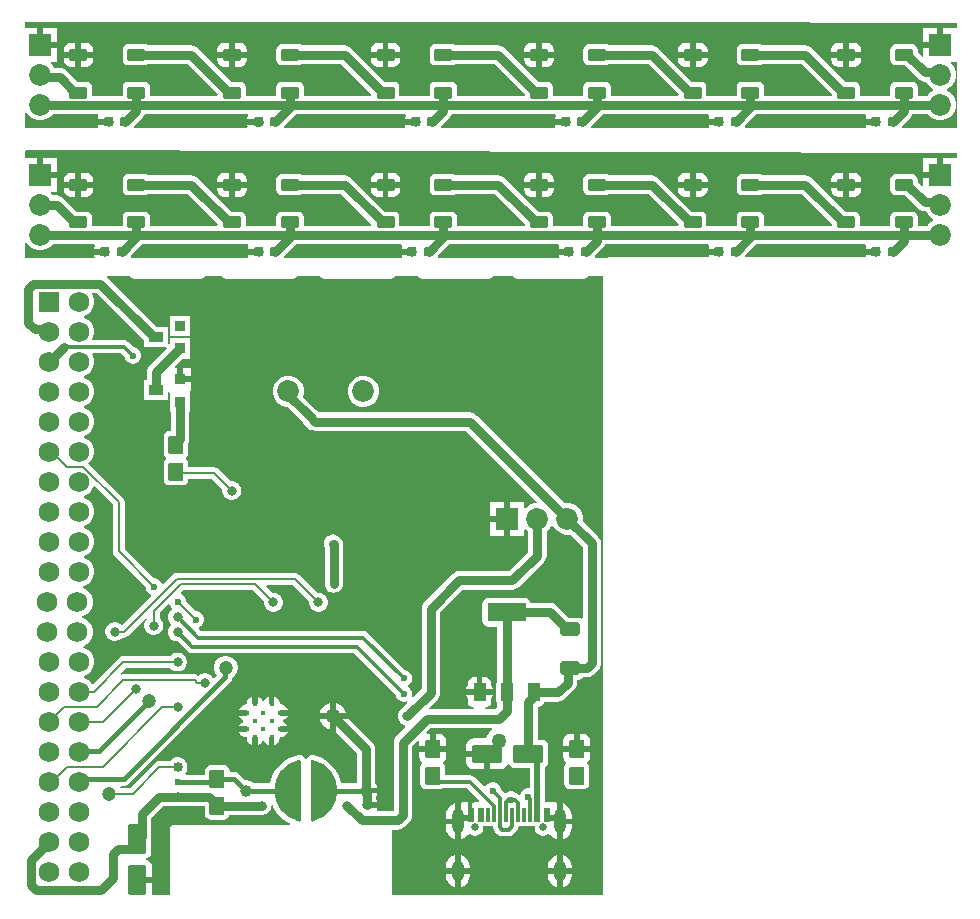
<source format=gbr>
%TF.GenerationSoftware,Altium Limited,Altium Designer,24.0.1 (36)*%
G04 Layer_Physical_Order=1*
G04 Layer_Color=255*
%FSLAX45Y45*%
%MOMM*%
%TF.SameCoordinates,4F873DDA-DFB5-4AF5-B95A-0F2F78DC07CA*%
%TF.FilePolarity,Positive*%
%TF.FileFunction,Copper,L1,Top,Signal*%
%TF.Part,Single*%
G01*
G75*
%TA.AperFunction,Conductor*%
%ADD10C,0.25400*%
%TA.AperFunction,SMDPad,CuDef*%
%ADD11C,1.00000*%
G04:AMPARAMS|DCode=12|XSize=1.524mm|YSize=1.27mm|CornerRadius=0.09525mm|HoleSize=0mm|Usage=FLASHONLY|Rotation=270.000|XOffset=0mm|YOffset=0mm|HoleType=Round|Shape=RoundedRectangle|*
%AMROUNDEDRECTD12*
21,1,1.52400,1.07950,0,0,270.0*
21,1,1.33350,1.27000,0,0,270.0*
1,1,0.19050,-0.53975,-0.66675*
1,1,0.19050,-0.53975,0.66675*
1,1,0.19050,0.53975,0.66675*
1,1,0.19050,0.53975,-0.66675*
%
%ADD12ROUNDEDRECTD12*%
%ADD13R,1.27000X0.91440*%
%ADD14R,0.91440X0.91440*%
G04:AMPARAMS|DCode=15|XSize=0.762mm|YSize=0.762mm|CornerRadius=0.0381mm|HoleSize=0mm|Usage=FLASHONLY|Rotation=0.000|XOffset=0mm|YOffset=0mm|HoleType=Round|Shape=RoundedRectangle|*
%AMROUNDEDRECTD15*
21,1,0.76200,0.68580,0,0,0.0*
21,1,0.68580,0.76200,0,0,0.0*
1,1,0.07620,0.34290,-0.34290*
1,1,0.07620,-0.34290,-0.34290*
1,1,0.07620,-0.34290,0.34290*
1,1,0.07620,0.34290,0.34290*
%
%ADD15ROUNDEDRECTD15*%
G04:AMPARAMS|DCode=16|XSize=1mm|YSize=1.5mm|CornerRadius=0.075mm|HoleSize=0mm|Usage=FLASHONLY|Rotation=90.000|XOffset=0mm|YOffset=0mm|HoleType=Round|Shape=RoundedRectangle|*
%AMROUNDEDRECTD16*
21,1,1.00000,1.35000,0,0,90.0*
21,1,0.85000,1.50000,0,0,90.0*
1,1,0.15000,0.67500,0.42500*
1,1,0.15000,0.67500,-0.42500*
1,1,0.15000,-0.67500,-0.42500*
1,1,0.15000,-0.67500,0.42500*
%
%ADD16ROUNDEDRECTD16*%
%TA.AperFunction,ConnectorPad*%
%ADD17R,0.30000X1.15000*%
%ADD18R,0.60000X1.15000*%
%TA.AperFunction,SMDPad,CuDef*%
G04:AMPARAMS|DCode=19|XSize=1.14mm|YSize=1.63mm|CornerRadius=0.1425mm|HoleSize=0mm|Usage=FLASHONLY|Rotation=90.000|XOffset=0mm|YOffset=0mm|HoleType=Round|Shape=RoundedRectangle|*
%AMROUNDEDRECTD19*
21,1,1.14000,1.34500,0,0,90.0*
21,1,0.85500,1.63000,0,0,90.0*
1,1,0.28500,0.67250,0.42750*
1,1,0.28500,0.67250,-0.42750*
1,1,0.28500,-0.67250,-0.42750*
1,1,0.28500,-0.67250,0.42750*
%
%ADD19ROUNDEDRECTD19*%
G04:AMPARAMS|DCode=20|XSize=1.60429mm|YSize=3.26213mm|CornerRadius=0.12032mm|HoleSize=0mm|Usage=FLASHONLY|Rotation=90.000|XOffset=0mm|YOffset=0mm|HoleType=Round|Shape=RoundedRectangle|*
%AMROUNDEDRECTD20*
21,1,1.60429,3.02149,0,0,90.0*
21,1,1.36365,3.26213,0,0,90.0*
1,1,0.24064,1.51074,0.68182*
1,1,0.24064,1.51074,-0.68182*
1,1,0.24064,-1.51074,-0.68182*
1,1,0.24064,-1.51074,0.68182*
%
%ADD20ROUNDEDRECTD20*%
G04:AMPARAMS|DCode=21|XSize=1.60429mm|YSize=0.95213mm|CornerRadius=0.07141mm|HoleSize=0mm|Usage=FLASHONLY|Rotation=90.000|XOffset=0mm|YOffset=0mm|HoleType=Round|Shape=RoundedRectangle|*
%AMROUNDEDRECTD21*
21,1,1.60429,0.80931,0,0,90.0*
21,1,1.46148,0.95213,0,0,90.0*
1,1,0.14282,0.40466,0.73074*
1,1,0.14282,0.40466,-0.73074*
1,1,0.14282,-0.40466,-0.73074*
1,1,0.14282,-0.40466,0.73074*
%
%ADD21ROUNDEDRECTD21*%
G04:AMPARAMS|DCode=22|XSize=2.5mm|YSize=1.6mm|CornerRadius=0.12mm|HoleSize=0mm|Usage=FLASHONLY|Rotation=270.000|XOffset=0mm|YOffset=0mm|HoleType=Round|Shape=RoundedRectangle|*
%AMROUNDEDRECTD22*
21,1,2.50000,1.36000,0,0,270.0*
21,1,2.26000,1.60000,0,0,270.0*
1,1,0.24000,-0.68000,-1.13000*
1,1,0.24000,-0.68000,1.13000*
1,1,0.24000,0.68000,1.13000*
1,1,0.24000,0.68000,-1.13000*
%
%ADD22ROUNDEDRECTD22*%
G04:AMPARAMS|DCode=23|XSize=2.5mm|YSize=1.6mm|CornerRadius=0.12mm|HoleSize=0mm|Usage=FLASHONLY|Rotation=180.000|XOffset=0mm|YOffset=0mm|HoleType=Round|Shape=RoundedRectangle|*
%AMROUNDEDRECTD23*
21,1,2.50000,1.36000,0,0,180.0*
21,1,2.26000,1.60000,0,0,180.0*
1,1,0.24000,-1.13000,0.68000*
1,1,0.24000,1.13000,0.68000*
1,1,0.24000,1.13000,-0.68000*
1,1,0.24000,-1.13000,-0.68000*
%
%ADD23ROUNDEDRECTD23*%
%TA.AperFunction,Conductor*%
%ADD24C,0.40000*%
%ADD25C,0.50000*%
%ADD26C,0.75000*%
%ADD27C,0.30000*%
%ADD28C,0.20000*%
%TA.AperFunction,ComponentPad*%
%ADD29R,1.85000X1.85000*%
%ADD30C,1.85000*%
%ADD31R,1.85000X1.85000*%
%ADD32C,0.40000*%
%ADD33C,1.75001*%
%ADD34R,1.75001X1.75001*%
%ADD35C,0.65000*%
%ADD36O,1.00000X2.10000*%
%ADD37O,1.00000X1.80000*%
%TA.AperFunction,ViaPad*%
%ADD38C,0.80000*%
%ADD39C,1.27000*%
%ADD40C,0.60000*%
%ADD41C,1.20000*%
%ADD42C,0.85000*%
G36*
X7946268Y7440010D02*
Y7407639D01*
X7942499Y7396500D01*
X7825000D01*
Y7254000D01*
X7800000D01*
Y7229000D01*
X7657500D01*
Y7159641D01*
X7645767Y7154781D01*
X7610931Y7189617D01*
Y7212500D01*
X7607244Y7231034D01*
X7596746Y7246745D01*
X7581034Y7257244D01*
X7562500Y7260931D01*
X7427501D01*
X7408967Y7257244D01*
X7393255Y7246745D01*
X7382756Y7231034D01*
X7379070Y7212500D01*
Y7127500D01*
X7382756Y7108967D01*
X7393255Y7093255D01*
X7408967Y7082756D01*
X7427501Y7079070D01*
X7500383D01*
X7613679Y6965774D01*
X7629868Y6953351D01*
X7648721Y6945542D01*
X7668953Y6942879D01*
X7679981D01*
X7693974Y6918643D01*
X7718643Y6893974D01*
X7742271Y6880332D01*
Y6865667D01*
X7718643Y6852026D01*
X7693974Y6827357D01*
X7690112Y6820669D01*
X7610931D01*
Y6892500D01*
X7607244Y6911034D01*
X7596746Y6926746D01*
X7581034Y6937244D01*
X7562500Y6940931D01*
X7427501D01*
X7408967Y6937244D01*
X7393255Y6926746D01*
X7382756Y6911034D01*
X7379070Y6892500D01*
Y6820669D01*
X7120931D01*
Y6892500D01*
X7117244Y6911034D01*
X7106746Y6926746D01*
X7091034Y6937244D01*
X7072500Y6940931D01*
X6999617D01*
X6715274Y7225274D01*
X6699085Y7237696D01*
X6680232Y7245505D01*
X6660000Y7248169D01*
X6294615D01*
X6281034Y7257244D01*
X6262500Y7260931D01*
X6127501D01*
X6108967Y7257244D01*
X6093255Y7246745D01*
X6082756Y7231034D01*
X6079070Y7212500D01*
Y7127500D01*
X6082756Y7108967D01*
X6093255Y7093255D01*
X6108967Y7082756D01*
X6127501Y7079070D01*
X6262500D01*
X6281034Y7082756D01*
X6294615Y7091831D01*
X6627622D01*
X6886084Y6833369D01*
X6881862Y6820669D01*
X6310931D01*
Y6892500D01*
X6307244Y6911034D01*
X6296746Y6926746D01*
X6281034Y6937244D01*
X6262500Y6940931D01*
X6127501D01*
X6108967Y6937244D01*
X6093255Y6926746D01*
X6082756Y6911034D01*
X6079070Y6892500D01*
Y6820669D01*
X5820931D01*
Y6892500D01*
X5817244Y6911034D01*
X5806746Y6926746D01*
X5791034Y6937244D01*
X5772500Y6940931D01*
X5699617D01*
X5415274Y7225274D01*
X5399085Y7237696D01*
X5380232Y7245505D01*
X5360000Y7248169D01*
X4994615D01*
X4981034Y7257244D01*
X4962500Y7260931D01*
X4827501D01*
X4808967Y7257244D01*
X4793255Y7246745D01*
X4782756Y7231034D01*
X4779070Y7212500D01*
Y7127500D01*
X4782756Y7108967D01*
X4793255Y7093255D01*
X4808967Y7082756D01*
X4827501Y7079070D01*
X4962500D01*
X4981034Y7082756D01*
X4994615Y7091831D01*
X5327622D01*
X5586084Y6833369D01*
X5581862Y6820669D01*
X5010931D01*
Y6892500D01*
X5007244Y6911034D01*
X4996746Y6926746D01*
X4981034Y6937244D01*
X4962500Y6940931D01*
X4827501D01*
X4808967Y6937244D01*
X4793255Y6926746D01*
X4782756Y6911034D01*
X4779070Y6892500D01*
Y6820669D01*
X4520931D01*
Y6892500D01*
X4517244Y6911034D01*
X4506746Y6926746D01*
X4491034Y6937244D01*
X4472500Y6940931D01*
X4399617D01*
X4115274Y7225274D01*
X4099085Y7237696D01*
X4080232Y7245505D01*
X4060001Y7248169D01*
X3694615D01*
X3681034Y7257244D01*
X3662500Y7260931D01*
X3527500D01*
X3508967Y7257244D01*
X3493255Y7246745D01*
X3482756Y7231034D01*
X3479070Y7212500D01*
Y7127500D01*
X3482756Y7108967D01*
X3493255Y7093255D01*
X3508967Y7082756D01*
X3527500Y7079070D01*
X3662500D01*
X3681034Y7082756D01*
X3694615Y7091831D01*
X4027622D01*
X4286084Y6833369D01*
X4281862Y6820669D01*
X3710931D01*
Y6892500D01*
X3707244Y6911034D01*
X3696745Y6926746D01*
X3681034Y6937244D01*
X3662500Y6940931D01*
X3527500D01*
X3508967Y6937244D01*
X3493255Y6926746D01*
X3482756Y6911034D01*
X3479070Y6892500D01*
Y6820669D01*
X3220931D01*
Y6892500D01*
X3217244Y6911034D01*
X3206745Y6926746D01*
X3191033Y6937244D01*
X3172500Y6940931D01*
X3099617D01*
X2815274Y7225274D01*
X2799085Y7237696D01*
X2788041Y7242271D01*
X2780232Y7245505D01*
X2760000Y7248169D01*
X2394615D01*
X2381034Y7257244D01*
X2362500Y7260931D01*
X2227500D01*
X2208967Y7257244D01*
X2193255Y7246745D01*
X2182756Y7231034D01*
X2179070Y7212500D01*
Y7127500D01*
X2182756Y7108967D01*
X2193255Y7093255D01*
X2208967Y7082756D01*
X2227500Y7079070D01*
X2362500D01*
X2381034Y7082756D01*
X2394615Y7091831D01*
X2727622D01*
X2986084Y6833369D01*
X2981862Y6820669D01*
X2410931D01*
Y6892500D01*
X2407244Y6911034D01*
X2396746Y6926746D01*
X2381034Y6937244D01*
X2362500Y6940931D01*
X2227500D01*
X2208967Y6937244D01*
X2193255Y6926746D01*
X2182756Y6911034D01*
X2179070Y6892500D01*
Y6820669D01*
X1920931D01*
Y6892500D01*
X1917244Y6911034D01*
X1906745Y6926746D01*
X1891034Y6937244D01*
X1872500Y6940931D01*
X1799617D01*
X1515274Y7225274D01*
X1499085Y7237696D01*
X1488041Y7242271D01*
X1480232Y7245505D01*
X1460000Y7248169D01*
X1094615D01*
X1081034Y7257244D01*
X1062500Y7260931D01*
X927501D01*
X908967Y7257244D01*
X893255Y7246745D01*
X882756Y7231034D01*
X879070Y7212500D01*
Y7127500D01*
X882756Y7108967D01*
X893255Y7093255D01*
X908967Y7082756D01*
X927501Y7079070D01*
X1062500D01*
X1081034Y7082756D01*
X1094615Y7091831D01*
X1427622D01*
X1686084Y6833369D01*
X1681862Y6820669D01*
X1110931D01*
Y6892500D01*
X1107244Y6911034D01*
X1096746Y6926746D01*
X1081034Y6937244D01*
X1062500Y6940931D01*
X927501D01*
X908967Y6937244D01*
X893255Y6926746D01*
X882756Y6911034D01*
X879070Y6892500D01*
Y6820669D01*
X620931D01*
Y6892500D01*
X617244Y6911034D01*
X606746Y6926746D01*
X591034Y6937244D01*
X572500Y6940931D01*
X499617D01*
X406322Y7034226D01*
X390133Y7046649D01*
X379089Y7051223D01*
X371280Y7054458D01*
X351048Y7057121D01*
X300018D01*
X286026Y7081357D01*
X268583Y7098800D01*
X273843Y7111500D01*
X322500D01*
Y7229000D01*
X180000D01*
Y7254000D01*
X155000D01*
Y7396500D01*
X53732D01*
Y7446268D01*
X5468085D01*
X7946268Y7440010D01*
D02*
G37*
G36*
X7942499Y7111500D02*
X7946268Y7100361D01*
Y6550000D01*
X7485843D01*
X7477786Y6559817D01*
X7478958Y6565710D01*
Y6568411D01*
X7550273Y6639726D01*
X7550274Y6639727D01*
X7562696Y6655916D01*
X7566182Y6664331D01*
X7694286D01*
X7718643Y6639974D01*
X7748857Y6622530D01*
X7782556Y6613500D01*
X7817444D01*
X7851143Y6622530D01*
X7881357Y6639974D01*
X7906026Y6664643D01*
X7923470Y6694857D01*
X7932500Y6728556D01*
Y6763444D01*
X7923470Y6797143D01*
X7906026Y6827357D01*
X7881357Y6852026D01*
X7857729Y6865667D01*
Y6880332D01*
X7881357Y6893974D01*
X7906026Y6918643D01*
X7923470Y6948857D01*
X7932500Y6982556D01*
Y7017444D01*
X7923470Y7051143D01*
X7906026Y7081357D01*
X7888583Y7098800D01*
X7893843Y7111500D01*
X7942499D01*
D02*
G37*
G36*
X7174596Y6651631D02*
X7171146Y6634290D01*
Y6625000D01*
X7260300D01*
Y6575000D01*
X7171146D01*
Y6565710D01*
X7172318Y6559817D01*
X7164262Y6550000D01*
X6155693D01*
X6147636Y6559817D01*
X6148808Y6565710D01*
Y6568411D01*
X6244728Y6664331D01*
X7167255D01*
X7174596Y6651631D01*
D02*
G37*
G36*
X5844445D02*
X5840996Y6634290D01*
Y6625000D01*
X5930000D01*
Y6575000D01*
X5840996D01*
Y6565710D01*
X5842168Y6559817D01*
X5834111Y6550000D01*
X4855693D01*
X4847636Y6559817D01*
X4848808Y6565710D01*
Y6568411D01*
X4944728Y6664331D01*
X5837105D01*
X5844445Y6651631D01*
D02*
G37*
G36*
X4544445D02*
X4540996Y6634290D01*
Y6625000D01*
X4630150D01*
Y6575000D01*
X4540996D01*
Y6565710D01*
X4542168Y6559817D01*
X4534111Y6550000D01*
X3585843D01*
X3577786Y6559817D01*
X3578958Y6565710D01*
Y6568411D01*
X3650273Y6639726D01*
X3650274Y6639727D01*
X3662696Y6655916D01*
X3666182Y6664331D01*
X4537105D01*
X4544445Y6651631D01*
D02*
G37*
G36*
X3274595D02*
X3271146Y6634290D01*
Y6625000D01*
X3360300D01*
Y6575000D01*
X3271146D01*
Y6565710D01*
X3272318Y6559817D01*
X3264261Y6550000D01*
X2255693D01*
X2247636Y6559817D01*
X2248808Y6565710D01*
Y6568411D01*
X2344729Y6664331D01*
X3267255D01*
X3274595Y6651631D01*
D02*
G37*
G36*
X1944445D02*
X1943688Y6647823D01*
X1936134Y6634739D01*
X1933524Y6625000D01*
X2020000D01*
Y6575000D01*
X1933524D01*
X1936134Y6565261D01*
X1937612Y6562700D01*
X1930280Y6550000D01*
X985843D01*
X977786Y6559817D01*
X978958Y6565710D01*
Y6568411D01*
X1050273Y6639726D01*
X1050274Y6639727D01*
X1062696Y6655916D01*
X1066182Y6664331D01*
X1937105D01*
X1944445Y6651631D01*
D02*
G37*
G36*
X73974Y6664643D02*
X98643Y6639974D01*
X128857Y6622530D01*
X162556Y6613500D01*
X197444D01*
X231143Y6622530D01*
X261357Y6639974D01*
X286026Y6664643D01*
X287867Y6667831D01*
X388326D01*
X390345Y6666995D01*
X410577Y6664331D01*
X667255D01*
X674596Y6651631D01*
X671146Y6634290D01*
Y6625000D01*
X760300D01*
Y6575000D01*
X671146D01*
Y6565710D01*
X672318Y6559817D01*
X664262Y6550000D01*
X53732D01*
Y6674302D01*
X66432Y6677705D01*
X73974Y6664643D01*
D02*
G37*
G36*
X7946268Y6340009D02*
Y6307639D01*
X7942499Y6296500D01*
X7825000D01*
Y6154000D01*
X7800000D01*
Y6129000D01*
X7657500D01*
Y6059641D01*
X7645767Y6054781D01*
X7610931Y6089617D01*
Y6112500D01*
X7607244Y6131033D01*
X7596746Y6146745D01*
X7581034Y6157244D01*
X7562500Y6160931D01*
X7427501D01*
X7408967Y6157244D01*
X7393255Y6146745D01*
X7382756Y6131033D01*
X7379070Y6112500D01*
Y6027500D01*
X7382756Y6008967D01*
X7393255Y5993255D01*
X7408967Y5982756D01*
X7427501Y5979070D01*
X7500383D01*
X7613679Y5865774D01*
X7629868Y5853351D01*
X7648721Y5845542D01*
X7668953Y5842879D01*
X7679981D01*
X7693974Y5818643D01*
X7718643Y5793974D01*
X7742271Y5780332D01*
Y5765667D01*
X7718643Y5752026D01*
X7693974Y5727357D01*
X7690112Y5720669D01*
X7610931D01*
Y5792500D01*
X7607244Y5811034D01*
X7596746Y5826746D01*
X7581034Y5837244D01*
X7562500Y5840931D01*
X7427501D01*
X7408967Y5837244D01*
X7393255Y5826746D01*
X7382756Y5811034D01*
X7379070Y5792500D01*
Y5720669D01*
X7120931D01*
Y5792500D01*
X7117244Y5811034D01*
X7106746Y5826746D01*
X7091034Y5837244D01*
X7072500Y5840931D01*
X6999617D01*
X6715274Y6125274D01*
X6699085Y6137696D01*
X6680232Y6145505D01*
X6660000Y6148169D01*
X6294615D01*
X6281034Y6157244D01*
X6262500Y6160931D01*
X6127501D01*
X6108967Y6157244D01*
X6093255Y6146745D01*
X6082756Y6131033D01*
X6079070Y6112500D01*
Y6027500D01*
X6082756Y6008967D01*
X6093255Y5993255D01*
X6108967Y5982756D01*
X6127501Y5979070D01*
X6262500D01*
X6281034Y5982756D01*
X6294615Y5991831D01*
X6627622D01*
X6886084Y5733369D01*
X6881862Y5720669D01*
X6310931D01*
Y5792500D01*
X6307244Y5811034D01*
X6296746Y5826746D01*
X6281034Y5837244D01*
X6262500Y5840931D01*
X6127501D01*
X6108967Y5837244D01*
X6093255Y5826746D01*
X6082756Y5811034D01*
X6079070Y5792500D01*
Y5720669D01*
X5820931D01*
Y5792500D01*
X5817244Y5811034D01*
X5806746Y5826746D01*
X5791034Y5837244D01*
X5772500Y5840931D01*
X5699617D01*
X5415274Y6125274D01*
X5399085Y6137696D01*
X5380232Y6145505D01*
X5360000Y6148169D01*
X4994615D01*
X4981034Y6157244D01*
X4962500Y6160931D01*
X4827501D01*
X4808967Y6157244D01*
X4793255Y6146745D01*
X4782756Y6131033D01*
X4779070Y6112500D01*
Y6027500D01*
X4782756Y6008967D01*
X4793255Y5993255D01*
X4808967Y5982756D01*
X4827501Y5979070D01*
X4962500D01*
X4981034Y5982756D01*
X4994615Y5991831D01*
X5327622D01*
X5586084Y5733369D01*
X5581862Y5720669D01*
X5010931D01*
Y5792500D01*
X5007244Y5811034D01*
X4996746Y5826746D01*
X4981034Y5837244D01*
X4962500Y5840931D01*
X4827501D01*
X4808967Y5837244D01*
X4793255Y5826746D01*
X4782756Y5811034D01*
X4779070Y5792500D01*
Y5720669D01*
X4520931D01*
Y5792500D01*
X4517244Y5811034D01*
X4506746Y5826746D01*
X4491034Y5837244D01*
X4472500Y5840931D01*
X4399617D01*
X4115274Y6125274D01*
X4099085Y6137696D01*
X4080232Y6145505D01*
X4060001Y6148169D01*
X3694615D01*
X3681034Y6157244D01*
X3662500Y6160931D01*
X3527500D01*
X3508967Y6157244D01*
X3493255Y6146745D01*
X3482756Y6131033D01*
X3479070Y6112500D01*
Y6027500D01*
X3482756Y6008967D01*
X3493255Y5993255D01*
X3508967Y5982756D01*
X3527500Y5979070D01*
X3662500D01*
X3681034Y5982756D01*
X3694615Y5991831D01*
X4027622D01*
X4286084Y5733369D01*
X4281862Y5720669D01*
X3710931D01*
Y5792500D01*
X3707244Y5811034D01*
X3696745Y5826746D01*
X3681034Y5837244D01*
X3662500Y5840931D01*
X3527500D01*
X3508967Y5837244D01*
X3493255Y5826746D01*
X3482756Y5811034D01*
X3479070Y5792500D01*
Y5720669D01*
X3220931D01*
Y5792500D01*
X3217244Y5811034D01*
X3206745Y5826746D01*
X3191033Y5837244D01*
X3172500Y5840931D01*
X3099617D01*
X2815274Y6125274D01*
X2799085Y6137696D01*
X2788041Y6142271D01*
X2780232Y6145505D01*
X2760000Y6148169D01*
X2394615D01*
X2381034Y6157244D01*
X2362500Y6160931D01*
X2227500D01*
X2208967Y6157244D01*
X2193255Y6146745D01*
X2182756Y6131033D01*
X2179070Y6112500D01*
Y6027500D01*
X2182756Y6008967D01*
X2193255Y5993255D01*
X2208967Y5982756D01*
X2227500Y5979070D01*
X2362500D01*
X2381034Y5982756D01*
X2394615Y5991831D01*
X2727622D01*
X2986084Y5733369D01*
X2981862Y5720669D01*
X2410931D01*
Y5792500D01*
X2407244Y5811034D01*
X2396746Y5826746D01*
X2381034Y5837244D01*
X2362500Y5840931D01*
X2227500D01*
X2208967Y5837244D01*
X2193255Y5826746D01*
X2182756Y5811034D01*
X2179070Y5792500D01*
Y5720669D01*
X1920931D01*
Y5792500D01*
X1917244Y5811034D01*
X1906745Y5826746D01*
X1891034Y5837244D01*
X1872500Y5840931D01*
X1799617D01*
X1515274Y6125274D01*
X1499085Y6137696D01*
X1488041Y6142271D01*
X1480232Y6145505D01*
X1460000Y6148169D01*
X1094615D01*
X1081034Y6157244D01*
X1062500Y6160931D01*
X927501D01*
X908967Y6157244D01*
X893255Y6146745D01*
X882756Y6131033D01*
X879070Y6112500D01*
Y6027500D01*
X882756Y6008967D01*
X893255Y5993255D01*
X908967Y5982756D01*
X927501Y5979070D01*
X1062500D01*
X1081034Y5982756D01*
X1094615Y5991831D01*
X1427622D01*
X1686084Y5733369D01*
X1681862Y5720669D01*
X1110931D01*
Y5792500D01*
X1107244Y5811034D01*
X1096746Y5826746D01*
X1081034Y5837244D01*
X1062500Y5840931D01*
X927501D01*
X908967Y5837244D01*
X893255Y5826746D01*
X882756Y5811034D01*
X879070Y5792500D01*
Y5720669D01*
X620931D01*
Y5792500D01*
X617244Y5811034D01*
X606746Y5826746D01*
X591034Y5837244D01*
X572500Y5840931D01*
X492617D01*
X378274Y5955274D01*
X362085Y5967696D01*
X343232Y5975505D01*
X323000Y5978169D01*
X287867D01*
X286026Y5981357D01*
X268583Y5998800D01*
X273843Y6011500D01*
X322500D01*
Y6129000D01*
X180000D01*
Y6154000D01*
X155000D01*
Y6296500D01*
X53732D01*
Y6350948D01*
X62724Y6359917D01*
X7946268Y6340009D01*
D02*
G37*
G36*
X7174596Y5551631D02*
X7171146Y5534290D01*
Y5525000D01*
X7260300D01*
Y5475000D01*
X7171146D01*
Y5465710D01*
X7171576Y5463550D01*
X7163519Y5453733D01*
X6156436D01*
X6148379Y5463550D01*
X6148808Y5465710D01*
Y5468411D01*
X6244729Y5564331D01*
X7167255D01*
X7174596Y5551631D01*
D02*
G37*
G36*
X5844446D02*
X5840996Y5534290D01*
Y5525000D01*
X5930150D01*
Y5475000D01*
X5840996D01*
Y5465710D01*
X5841426Y5463550D01*
X5833369Y5453733D01*
X5000000D01*
X4981235Y5450000D01*
X4885843D01*
X4877786Y5459817D01*
X4878958Y5465710D01*
Y5468411D01*
X4950274Y5539727D01*
X4962697Y5555916D01*
X4966182Y5564331D01*
X5837105D01*
X5844446Y5551631D01*
D02*
G37*
G36*
X4574595D02*
X4571146Y5534290D01*
Y5525000D01*
X4660300D01*
Y5475000D01*
X4571146D01*
Y5465710D01*
X4572318Y5459817D01*
X4564261Y5450000D01*
X3555693D01*
X3547636Y5459817D01*
X3548808Y5465710D01*
Y5468411D01*
X3644729Y5564331D01*
X4567255D01*
X4574595Y5551631D01*
D02*
G37*
G36*
X3244445D02*
X3240996Y5534290D01*
Y5525000D01*
X3330000D01*
Y5475000D01*
X3240996D01*
Y5465710D01*
X3242168Y5459817D01*
X3234111Y5450000D01*
X2255693D01*
X2247636Y5459817D01*
X2248808Y5465710D01*
Y5468411D01*
X2344729Y5564331D01*
X3237105D01*
X3244445Y5551631D01*
D02*
G37*
G36*
X1944445D02*
X1940996Y5534290D01*
Y5525000D01*
X2030150D01*
Y5475000D01*
X1940996D01*
Y5465710D01*
X1942168Y5459817D01*
X1934111Y5450000D01*
X955693D01*
X947636Y5459817D01*
X948808Y5465710D01*
Y5468411D01*
X1044728Y5564331D01*
X1937105D01*
X1944445Y5551631D01*
D02*
G37*
G36*
X73974Y5564643D02*
X98643Y5539974D01*
X128857Y5522530D01*
X162556Y5513500D01*
X197444D01*
X231143Y5522530D01*
X261357Y5539974D01*
X285714Y5564331D01*
X637105D01*
X644445Y5551631D01*
X640996Y5534290D01*
Y5525000D01*
X730150D01*
Y5475000D01*
X640996D01*
Y5465710D01*
X642168Y5459817D01*
X634111Y5450000D01*
X53732D01*
Y5574302D01*
X66432Y5577705D01*
X73974Y5564643D01*
D02*
G37*
G36*
X4946267Y53732D02*
X3160783D01*
Y608331D01*
X3207266D01*
X3227497Y610995D01*
X3235306Y614229D01*
X3246350Y618804D01*
X3262540Y631226D01*
X3306474Y675160D01*
X3318896Y691350D01*
X3326705Y710203D01*
X3329369Y730434D01*
Y1313821D01*
X3377984Y1362436D01*
X3390534Y1357026D01*
Y1320400D01*
X3480200D01*
Y1422766D01*
X3456274D01*
X3450864Y1435316D01*
X3486779Y1471231D01*
X4010258D01*
X4013661Y1458531D01*
X4000310Y1450823D01*
X3979177Y1429691D01*
X3964235Y1403809D01*
X3958181Y1381214D01*
X3852000D01*
X3827809Y1376402D01*
X3807301Y1362699D01*
X3793598Y1342191D01*
X3788786Y1318000D01*
Y1275000D01*
X3965001D01*
Y1250000D01*
X3990001D01*
Y1118786D01*
X4078000D01*
X4102191Y1123598D01*
X4122700Y1137301D01*
X4136403Y1157809D01*
X4138624Y1168974D01*
X4151572D01*
X4153017Y1161711D01*
X4164510Y1144510D01*
X4181711Y1133017D01*
X4202000Y1128981D01*
X4324439D01*
Y959172D01*
X4324216Y959000D01*
X4305785D01*
X4287981Y954229D01*
X4272019Y945014D01*
X4258986Y931981D01*
X4249771Y916019D01*
X4248482Y911210D01*
X4246239Y909425D01*
X4234003Y906243D01*
X4220286Y915409D01*
X4217290Y916005D01*
X4213681Y919614D01*
X4197719Y928829D01*
X4179916Y933600D01*
X4161484D01*
X4143681Y928829D01*
X4127719Y919614D01*
X4114653Y917653D01*
X4083167Y949139D01*
X4078429Y966819D01*
X4069214Y982781D01*
X4056181Y995814D01*
X4040219Y1005029D01*
X4022416Y1009800D01*
X4003984D01*
X3986181Y1005029D01*
X3970219Y995814D01*
X3957186Y982781D01*
X3953938Y977155D01*
X3938067Y975065D01*
X3858354Y1054778D01*
X3840161Y1066934D01*
X3818701Y1071202D01*
X3609670D01*
Y1133475D01*
X3605826Y1152799D01*
X3594881Y1169180D01*
Y1180993D01*
X3602090Y1185810D01*
X3615246Y1205499D01*
X3619866Y1228725D01*
Y1270400D01*
X3505200D01*
X3390534D01*
Y1228725D01*
X3395154Y1205499D01*
X3408310Y1185810D01*
X3415519Y1180993D01*
Y1169180D01*
X3404574Y1152799D01*
X3400730Y1133475D01*
Y1000125D01*
X3404574Y980801D01*
X3415519Y964419D01*
X3431901Y953474D01*
X3451225Y949630D01*
X3559175D01*
X3578499Y953474D01*
X3586841Y959048D01*
X3795473D01*
X3894628Y859892D01*
X3897347Y855823D01*
X3897471Y855700D01*
X3892210Y843000D01*
X3855000D01*
Y833005D01*
X3839995D01*
Y735500D01*
X3805000D01*
Y843000D01*
X3750000D01*
Y840571D01*
X3743000Y835473D01*
Y678000D01*
Y525428D01*
X3744105Y525574D01*
X3768432Y535650D01*
X3789321Y551679D01*
X3801264Y567244D01*
X3815619Y569830D01*
X3817729Y569267D01*
X3833016Y560441D01*
X3851455Y555500D01*
X3870545D01*
X3888984Y560441D01*
X3905516Y569986D01*
X3919015Y583484D01*
X3928559Y600016D01*
X3933500Y618455D01*
Y637545D01*
X3933850Y638000D01*
X4018923D01*
Y627174D01*
X4023191Y605714D01*
X4035347Y587521D01*
X4052921Y569947D01*
X4071114Y557791D01*
X4092574Y553523D01*
X4148026D01*
X4169486Y557791D01*
X4187679Y569947D01*
X4214653Y596921D01*
X4226809Y615114D01*
X4231077Y636574D01*
Y638000D01*
X4366151D01*
X4366500Y637545D01*
Y618455D01*
X4371441Y600016D01*
X4380986Y583484D01*
X4394484Y569986D01*
X4411016Y560441D01*
X4429455Y555500D01*
X4448545D01*
X4466984Y560441D01*
X4482271Y569267D01*
X4484381Y569830D01*
X4498736Y567244D01*
X4510679Y551679D01*
X4531569Y535650D01*
X4555895Y525574D01*
X4557000Y525428D01*
Y678000D01*
Y835473D01*
X4550000Y840571D01*
Y843000D01*
X4455561D01*
Y1137876D01*
X4465490Y1144510D01*
X4476983Y1161711D01*
X4481019Y1182000D01*
Y1318000D01*
X4476983Y1338289D01*
X4465490Y1355490D01*
X4448289Y1366983D01*
X4428000Y1371019D01*
X4393169D01*
Y1649362D01*
X4399466D01*
X4417859Y1653021D01*
X4433452Y1663440D01*
X4443871Y1679033D01*
X4446517Y1692331D01*
X4564500D01*
X4584732Y1694995D01*
X4592541Y1698230D01*
X4603585Y1702804D01*
X4619774Y1715226D01*
X4703474Y1798926D01*
X4715896Y1815116D01*
X4723705Y1833968D01*
X4725037Y1844084D01*
X4726369Y1854200D01*
X4726369Y1854202D01*
Y1877938D01*
X4737250D01*
X4758417Y1882148D01*
X4776362Y1894138D01*
X4778830Y1897831D01*
X4807466D01*
X4827697Y1900495D01*
X4835506Y1903729D01*
X4846550Y1908304D01*
X4862740Y1920726D01*
X4906674Y1964661D01*
X4919096Y1980850D01*
X4926905Y1999703D01*
X4929569Y2019934D01*
Y3032600D01*
X4926905Y3052832D01*
X4919096Y3071685D01*
X4906674Y3087874D01*
X4775547Y3219000D01*
X4776500Y3222556D01*
Y3257444D01*
X4767470Y3291143D01*
X4750026Y3321357D01*
X4725357Y3346026D01*
X4695143Y3363470D01*
X4661444Y3372500D01*
X4626556D01*
X4623000Y3371547D01*
X3875274Y4119274D01*
X3859085Y4131696D01*
X3848041Y4136271D01*
X3840232Y4139505D01*
X3820000Y4142169D01*
X2540113D01*
X2522372Y4159910D01*
X2519074Y4164208D01*
X2407757Y4275525D01*
X2415000Y4302556D01*
Y4337444D01*
X2405970Y4371143D01*
X2388526Y4401357D01*
X2363857Y4426026D01*
X2333643Y4443470D01*
X2299944Y4452500D01*
X2265056D01*
X2231357Y4443470D01*
X2201143Y4426026D01*
X2176474Y4401357D01*
X2159030Y4371143D01*
X2150000Y4337444D01*
Y4302556D01*
X2159030Y4268857D01*
X2176474Y4238643D01*
X2201143Y4213974D01*
X2231357Y4196530D01*
X2265056Y4187500D01*
X2274687D01*
X2405228Y4056959D01*
X2408526Y4052660D01*
X2452460Y4008726D01*
X2468650Y3996304D01*
X2487503Y3988495D01*
X2507734Y3985831D01*
X3787622D01*
X4389220Y3384233D01*
X4384359Y3372500D01*
X4372556D01*
X4338857Y3363470D01*
X4308643Y3346026D01*
X4291200Y3328583D01*
X4278500Y3333843D01*
Y3382500D01*
X4161000D01*
Y3240000D01*
Y3097500D01*
X4278500D01*
Y3146157D01*
X4291200Y3151417D01*
X4308643Y3133974D01*
X4311831Y3132133D01*
Y2962379D01*
X4147621Y2798169D01*
X3730000D01*
X3709768Y2795505D01*
X3690915Y2787696D01*
X3674726Y2775274D01*
X3434726Y2535274D01*
X3422304Y2519084D01*
X3417729Y2508040D01*
X3414495Y2500231D01*
X3411831Y2480000D01*
Y1802378D01*
X3338728Y1729276D01*
X3326106Y1732969D01*
X3325506Y1734014D01*
X3330000Y1750784D01*
Y1769216D01*
X3325230Y1787019D01*
X3316014Y1802981D01*
X3302981Y1816014D01*
X3298415Y1818650D01*
Y1831350D01*
X3302981Y1833986D01*
X3316014Y1847019D01*
X3325230Y1862981D01*
X3330000Y1880784D01*
Y1899216D01*
X3325230Y1917019D01*
X3316014Y1932981D01*
X3302981Y1946014D01*
X3287019Y1955230D01*
X3269339Y1959967D01*
X2954453Y2274853D01*
X2936260Y2287009D01*
X2914800Y2291277D01*
X1542028D01*
X1523101Y2310204D01*
X1527696Y2323570D01*
X1541581Y2331586D01*
X1554614Y2344619D01*
X1563829Y2360581D01*
X1568600Y2378384D01*
Y2396816D01*
X1563829Y2414619D01*
X1554614Y2430581D01*
X1541581Y2443614D01*
X1525619Y2452829D01*
X1507816Y2457600D01*
X1500696D01*
X1416200Y2542096D01*
Y2549216D01*
X1411429Y2567019D01*
X1402214Y2582981D01*
X1389181Y2596014D01*
X1374022Y2604766D01*
X1372367Y2606418D01*
X1370027Y2618731D01*
X1392716Y2641420D01*
X1976984D01*
X2076500Y2541904D01*
Y2523468D01*
X2081952Y2503121D01*
X2092484Y2484879D01*
X2107379Y2469984D01*
X2125621Y2459452D01*
X2145968Y2454000D01*
X2167032D01*
X2187379Y2459452D01*
X2205621Y2469984D01*
X2220516Y2484879D01*
X2231048Y2503121D01*
X2236500Y2523468D01*
Y2544532D01*
X2231048Y2564879D01*
X2220516Y2583121D01*
X2205621Y2598016D01*
X2187379Y2608548D01*
X2167032Y2614000D01*
X2148596D01*
X2092909Y2669687D01*
X2097769Y2681420D01*
X2317984D01*
X2457500Y2541904D01*
Y2523468D01*
X2462952Y2503121D01*
X2473484Y2484879D01*
X2488379Y2469984D01*
X2506621Y2459452D01*
X2526968Y2454000D01*
X2548032D01*
X2568379Y2459452D01*
X2586621Y2469984D01*
X2601516Y2484879D01*
X2612048Y2503121D01*
X2617500Y2523468D01*
Y2544532D01*
X2612048Y2564879D01*
X2601516Y2583121D01*
X2586621Y2598016D01*
X2568379Y2608548D01*
X2548032Y2614000D01*
X2529596D01*
X2375148Y2768448D01*
X2358609Y2779499D01*
X2339100Y2783379D01*
X1335400D01*
X1315891Y2779499D01*
X1299352Y2768448D01*
X1221731Y2690827D01*
X1209418Y2693167D01*
X1207766Y2694822D01*
X1199014Y2709981D01*
X1185981Y2723014D01*
X1170019Y2732229D01*
X1152216Y2737000D01*
X1145096D01*
X895988Y2986108D01*
Y3383162D01*
X892107Y3402671D01*
X881056Y3419210D01*
X588290Y3711977D01*
X608026Y3731713D01*
X624811Y3760787D01*
X633500Y3793214D01*
Y3826786D01*
X624811Y3859213D01*
X608026Y3888287D01*
X584287Y3912026D01*
X555213Y3928811D01*
X548351Y3930650D01*
Y3943350D01*
X555213Y3945189D01*
X584287Y3961974D01*
X608026Y3985713D01*
X624811Y4014787D01*
X633500Y4047214D01*
Y4080786D01*
X624811Y4113213D01*
X608026Y4142287D01*
X584287Y4166026D01*
X555213Y4182811D01*
X548351Y4184650D01*
Y4197350D01*
X555213Y4199189D01*
X584287Y4215974D01*
X608026Y4239713D01*
X624811Y4268787D01*
X633500Y4301214D01*
Y4334786D01*
X624811Y4367213D01*
X608026Y4396287D01*
X584287Y4420026D01*
X555213Y4436811D01*
X548351Y4438650D01*
Y4451350D01*
X555213Y4453189D01*
X584287Y4469974D01*
X608026Y4493713D01*
X624811Y4522787D01*
X633500Y4555214D01*
Y4588786D01*
X624811Y4621213D01*
X618627Y4631924D01*
X624978Y4642923D01*
X865772D01*
X895233Y4613461D01*
X899971Y4595781D01*
X909186Y4579819D01*
X922219Y4566786D01*
X938181Y4557571D01*
X955984Y4552800D01*
X974416D01*
X992219Y4557571D01*
X1008181Y4566786D01*
X1021214Y4579819D01*
X1030429Y4595781D01*
X1035200Y4613584D01*
Y4632016D01*
X1030429Y4649819D01*
X1021214Y4665781D01*
X1008181Y4678814D01*
X992219Y4688029D01*
X974539Y4692767D01*
X928653Y4738653D01*
X910460Y4750809D01*
X889000Y4755077D01*
X624978D01*
X618627Y4766076D01*
X624811Y4776787D01*
X633500Y4809214D01*
Y4842786D01*
X624811Y4875213D01*
X608026Y4904287D01*
X584287Y4928026D01*
X555213Y4944811D01*
X548351Y4946650D01*
Y4959350D01*
X555213Y4961189D01*
X584287Y4977974D01*
X608026Y5001713D01*
X624811Y5030787D01*
X633500Y5063214D01*
Y5096786D01*
X624811Y5129213D01*
X616717Y5143233D01*
X623067Y5154231D01*
X657441D01*
X1056500Y4755173D01*
Y4694280D01*
X1246859D01*
X1251719Y4682547D01*
X1104726Y4535554D01*
X1092303Y4519365D01*
X1084494Y4500512D01*
X1081831Y4480280D01*
Y4415720D01*
X1056500D01*
Y4244280D01*
X1263500D01*
Y4315372D01*
X1264780Y4316318D01*
X1266751Y4316200D01*
X1268472Y4315688D01*
X1277480Y4306371D01*
Y4147760D01*
X1285031D01*
Y3985770D01*
X1276025D01*
X1256701Y3981927D01*
X1240319Y3970981D01*
X1229373Y3954599D01*
X1225530Y3935275D01*
Y3801925D01*
X1229373Y3782602D01*
X1240319Y3766220D01*
X1246729Y3761937D01*
Y3746663D01*
X1240319Y3742381D01*
X1229373Y3725999D01*
X1225530Y3706675D01*
Y3573325D01*
X1229373Y3554002D01*
X1240319Y3537620D01*
X1256701Y3526674D01*
X1276025Y3522830D01*
X1383975D01*
X1403298Y3526674D01*
X1419680Y3537620D01*
X1430626Y3554002D01*
X1434470Y3573325D01*
Y3576321D01*
X1634784D01*
X1723400Y3487704D01*
Y3469268D01*
X1728852Y3448921D01*
X1739384Y3430679D01*
X1754279Y3415784D01*
X1772521Y3405252D01*
X1792868Y3399800D01*
X1813932D01*
X1834279Y3405252D01*
X1852521Y3415784D01*
X1867416Y3430679D01*
X1877948Y3448921D01*
X1883400Y3469268D01*
Y3490332D01*
X1877948Y3510679D01*
X1867416Y3528921D01*
X1852521Y3543816D01*
X1834279Y3554348D01*
X1813932Y3559800D01*
X1795496D01*
X1691948Y3663348D01*
X1675409Y3674399D01*
X1655900Y3678280D01*
X1434470D01*
Y3706675D01*
X1430626Y3725999D01*
X1419680Y3742381D01*
X1413271Y3746663D01*
Y3761937D01*
X1419680Y3766220D01*
X1430626Y3782602D01*
X1434470Y3801925D01*
Y3884044D01*
X1438705Y3894268D01*
X1441368Y3914500D01*
Y4147760D01*
X1448920D01*
Y4315560D01*
X1448920Y4319200D01*
X1457707Y4328260D01*
X1458920D01*
Y4398980D01*
X1363200D01*
Y4423980D01*
X1338200D01*
Y4519700D01*
X1326560D01*
X1321700Y4531433D01*
X1388027Y4597760D01*
X1448920D01*
Y4769200D01*
X1277480D01*
Y4718877D01*
X1276200Y4718021D01*
X1263500Y4724810D01*
Y4865720D01*
X1167047D01*
X745467Y5287300D01*
X745606Y5290637D01*
X748784Y5300000D01*
X938179D01*
X942226Y5294726D01*
X958416Y5282304D01*
X977269Y5274495D01*
X997500Y5271831D01*
X1522500D01*
X1542731Y5274495D01*
X1561584Y5282304D01*
X1577774Y5294726D01*
X1581821Y5300000D01*
X1718179D01*
X1722226Y5294726D01*
X1738416Y5282304D01*
X1757269Y5274495D01*
X1777500Y5271831D01*
X2302500D01*
X2322731Y5274495D01*
X2341584Y5282304D01*
X2357774Y5294726D01*
X2361821Y5300000D01*
X2548180D01*
X2552227Y5294726D01*
X2568416Y5282304D01*
X2587269Y5274495D01*
X2607500Y5271831D01*
X3132500D01*
X3152732Y5274495D01*
X3171584Y5282304D01*
X3187774Y5294726D01*
X3191821Y5300000D01*
X3378179D01*
X3382226Y5294726D01*
X3398416Y5282304D01*
X3417269Y5274495D01*
X3437500Y5271831D01*
X3962500D01*
X3982731Y5274495D01*
X4001584Y5282304D01*
X4017774Y5294726D01*
X4021821Y5300000D01*
X4178179D01*
X4182226Y5294726D01*
X4198416Y5282304D01*
X4217268Y5274495D01*
X4237500Y5271831D01*
X4762500D01*
X4782731Y5274495D01*
X4801584Y5282304D01*
X4817773Y5294726D01*
X4821820Y5300000D01*
X4946267D01*
Y53732D01*
D02*
G37*
G36*
X4537974Y3158643D02*
X4562643Y3133974D01*
X4592857Y3116530D01*
X4626556Y3107500D01*
X4661444D01*
X4665000Y3108453D01*
X4773231Y3000222D01*
Y2401424D01*
X4762031Y2395438D01*
X4758417Y2397852D01*
X4737250Y2402063D01*
X4657985D01*
X4555274Y2504774D01*
X4539085Y2517196D01*
X4520232Y2525005D01*
X4500000Y2527669D01*
X4332139D01*
X4330088Y2537985D01*
X4318588Y2555196D01*
X4301376Y2566696D01*
X4281074Y2570734D01*
X3978926D01*
X3958624Y2566696D01*
X3941413Y2555196D01*
X3929913Y2537985D01*
X3925874Y2517683D01*
Y2381318D01*
X3929913Y2361016D01*
X3941413Y2343805D01*
X3958624Y2332304D01*
X3978926Y2328266D01*
X4051831D01*
Y1871999D01*
X4045129Y1861967D01*
X4041470Y1843574D01*
Y1697426D01*
X4045129Y1679033D01*
X4051831Y1669002D01*
Y1647779D01*
X4031621Y1627569D01*
X3948260D01*
X3947009Y1640269D01*
X3963761Y1643601D01*
X3982662Y1656230D01*
X3995291Y1675131D01*
X3999726Y1697426D01*
Y1721534D01*
X4006765Y1733726D01*
X4011805Y1752536D01*
X3790195D01*
X3795235Y1733726D01*
X3802274Y1721534D01*
Y1697426D01*
X3806709Y1675131D01*
X3819338Y1656230D01*
X3838239Y1643601D01*
X3854991Y1640269D01*
X3853740Y1627569D01*
X3474710D01*
X3469850Y1639302D01*
X3545274Y1714726D01*
X3557696Y1730915D01*
X3565505Y1749768D01*
X3568169Y1770000D01*
Y2447621D01*
X3762379Y2641831D01*
X4180000D01*
X4200231Y2644495D01*
X4219084Y2652304D01*
X4235273Y2664726D01*
X4445274Y2874727D01*
X4457696Y2890916D01*
X4465505Y2909769D01*
X4468169Y2930000D01*
X4468169Y2930002D01*
Y3132133D01*
X4471357Y3133974D01*
X4496026Y3158643D01*
X4509668Y3182271D01*
X4524333D01*
X4537974Y3158643D01*
D02*
G37*
G36*
X794029Y3362046D02*
Y2964992D01*
X797909Y2945483D01*
X808960Y2928944D01*
X1073000Y2664904D01*
Y2657784D01*
X1077771Y2639981D01*
X1086986Y2624019D01*
X1100019Y2610986D01*
X1115178Y2602234D01*
X1116833Y2600582D01*
X1119173Y2588269D01*
X871421Y2340517D01*
X861921Y2350016D01*
X843679Y2360548D01*
X823332Y2366000D01*
X802268D01*
X781921Y2360548D01*
X763679Y2350016D01*
X748784Y2335121D01*
X738252Y2316879D01*
X732800Y2296532D01*
Y2275468D01*
X738252Y2255121D01*
X748784Y2236879D01*
X763679Y2221984D01*
X781921Y2211452D01*
X802268Y2206000D01*
X823332D01*
X843679Y2211452D01*
X861921Y2221984D01*
X874957Y2235020D01*
X889000D01*
X908509Y2238901D01*
X925048Y2249952D01*
X1069490Y2394394D01*
X1083270Y2390214D01*
X1083271Y2390208D01*
X1078984Y2385921D01*
X1068452Y2367679D01*
X1063000Y2347332D01*
Y2326268D01*
X1068452Y2305921D01*
X1078984Y2287679D01*
X1093879Y2272784D01*
X1112121Y2262252D01*
X1132468Y2256800D01*
X1153532D01*
X1173879Y2262252D01*
X1192121Y2272784D01*
X1207016Y2287679D01*
X1217548Y2305921D01*
X1223000Y2326268D01*
Y2347332D01*
X1217548Y2367679D01*
X1207016Y2385921D01*
X1193980Y2398957D01*
Y2442684D01*
X1267469Y2516173D01*
X1279782Y2513833D01*
X1281434Y2512178D01*
X1290186Y2497019D01*
X1298190Y2489015D01*
X1297201Y2473779D01*
X1295879Y2473016D01*
X1280984Y2458121D01*
X1270452Y2439879D01*
X1265000Y2419532D01*
Y2398468D01*
X1270452Y2378121D01*
X1280984Y2359879D01*
X1295363Y2345500D01*
X1280984Y2331121D01*
X1270452Y2312879D01*
X1265000Y2292532D01*
Y2271468D01*
X1270452Y2251121D01*
X1280984Y2232879D01*
X1295879Y2217984D01*
X1314121Y2207452D01*
X1334468Y2202000D01*
X1345694D01*
X1428347Y2119347D01*
X1446540Y2107191D01*
X1468000Y2102923D01*
X2837772D01*
X3190033Y1750661D01*
X3194771Y1732981D01*
X3203986Y1717019D01*
X3217019Y1703986D01*
X3232981Y1694771D01*
X3250784Y1690000D01*
X3269216D01*
X3285986Y1694494D01*
X3287031Y1693894D01*
X3290724Y1681272D01*
X3247006Y1637553D01*
X3240879Y1634016D01*
X3225984Y1619121D01*
X3215452Y1600879D01*
X3210000Y1580532D01*
Y1559468D01*
X3215452Y1539121D01*
X3225984Y1520879D01*
X3240879Y1505984D01*
X3259121Y1495452D01*
X3269234Y1492742D01*
X3273030Y1478577D01*
X3195926Y1401474D01*
X3183504Y1385285D01*
X3175695Y1366432D01*
X3173031Y1346200D01*
Y764669D01*
X3036642D01*
X3029310Y777369D01*
X3033866Y785261D01*
X3036476Y795000D01*
X2950000D01*
Y845000D01*
X3036476D01*
X3033866Y854738D01*
X3027212Y866264D01*
Y894520D01*
X3031185Y901402D01*
X3034829Y915000D01*
X2938000D01*
Y965000D01*
X3034829D01*
X3031185Y978598D01*
X3018020Y1001401D01*
X3016169Y1003252D01*
Y1292000D01*
X3013505Y1312232D01*
X3005696Y1331084D01*
X2993274Y1347274D01*
X2795547Y1545000D01*
X2685000D01*
Y1434453D01*
X2859831Y1259621D01*
Y1003252D01*
X2857980Y1001401D01*
X2857850Y1001175D01*
X2730728D01*
X2722591Y1035069D01*
X2704117Y1079669D01*
X2678893Y1120831D01*
X2647540Y1157540D01*
X2610831Y1188893D01*
X2569669Y1214117D01*
X2525069Y1232591D01*
X2508850Y1236484D01*
X2506465Y1237058D01*
X2505663Y1237594D01*
X2496542Y1239440D01*
X2496535Y1239409D01*
X2485100Y1241684D01*
X2464538Y1237594D01*
X2447106Y1225946D01*
X2437025Y1210859D01*
X2430972Y1209722D01*
X2429028D01*
X2422975Y1210859D01*
X2412894Y1225946D01*
X2395462Y1237594D01*
X2374900Y1241684D01*
X2363465Y1239409D01*
X2363458Y1239440D01*
X2354337Y1237594D01*
X2353535Y1237058D01*
X2351150Y1236485D01*
X2351121Y1236478D01*
X2334931Y1232591D01*
X2290330Y1214117D01*
X2249169Y1188893D01*
X2212460Y1157540D01*
X2181107Y1120831D01*
X2155883Y1079669D01*
X2137409Y1035069D01*
X2129272Y1001175D01*
X1988103D01*
X1977261Y1012018D01*
X1956739Y1023866D01*
X1933849Y1030000D01*
X1918515D01*
X1865257Y1083257D01*
X1845411Y1096519D01*
X1822000Y1101175D01*
X1784470D01*
Y1106675D01*
X1780626Y1125999D01*
X1769680Y1142380D01*
X1753299Y1153326D01*
X1733975Y1157170D01*
X1626025D01*
X1606701Y1153326D01*
X1590319Y1142380D01*
X1579374Y1125999D01*
X1575530Y1106675D01*
Y1073175D01*
X1412441D01*
X1407581Y1084909D01*
X1411016Y1088344D01*
X1421878Y1107156D01*
X1427500Y1128139D01*
Y1149861D01*
X1421878Y1170844D01*
X1411016Y1189656D01*
X1395656Y1205016D01*
X1376844Y1215878D01*
X1355861Y1221500D01*
X1334139D01*
X1313156Y1215878D01*
X1294344Y1205016D01*
X1279307Y1189980D01*
X1189800D01*
X1170291Y1186099D01*
X1153752Y1175048D01*
X944084Y965380D01*
X860225D01*
X858986Y967525D01*
X866319Y980225D01*
X889000D01*
X912411Y984881D01*
X932257Y998143D01*
X1789105Y1854990D01*
X1802366Y1874836D01*
X1806776Y1897009D01*
X1814001Y1901180D01*
X1832620Y1919799D01*
X1845785Y1942602D01*
X1852600Y1968035D01*
Y1994365D01*
X1845785Y2019798D01*
X1832620Y2042601D01*
X1814001Y2061220D01*
X1791198Y2074385D01*
X1765765Y2081200D01*
X1739435D01*
X1714002Y2074385D01*
X1691199Y2061220D01*
X1672580Y2042601D01*
X1659415Y2019798D01*
X1652600Y1994365D01*
Y1968035D01*
X1659415Y1942602D01*
X1672580Y1919799D01*
X1676732Y1915647D01*
X1655559Y1894473D01*
X1642967Y1896131D01*
X1638816Y1903321D01*
X1623921Y1918216D01*
X1605679Y1928748D01*
X1585332Y1934200D01*
X1564268D01*
X1543921Y1928748D01*
X1525679Y1918216D01*
X1519995Y1912532D01*
X1508073Y1920499D01*
X1488564Y1924380D01*
X882800D01*
X868615Y1921558D01*
X862358Y1933263D01*
X906117Y1977020D01*
X1282842D01*
X1295879Y1963984D01*
X1314121Y1953452D01*
X1334468Y1948000D01*
X1355532D01*
X1375879Y1953452D01*
X1394121Y1963984D01*
X1409016Y1978879D01*
X1419548Y1997121D01*
X1425000Y2017468D01*
Y2038532D01*
X1419548Y2058879D01*
X1409016Y2077121D01*
X1394121Y2092016D01*
X1375879Y2102548D01*
X1355532Y2108000D01*
X1334468D01*
X1314121Y2102548D01*
X1295879Y2092016D01*
X1282842Y2078980D01*
X885000D01*
X865491Y2075099D01*
X848952Y2064048D01*
X627541Y1842637D01*
X614949Y1844295D01*
X608026Y1856287D01*
X584287Y1880026D01*
X555213Y1896811D01*
X548351Y1898650D01*
Y1911350D01*
X555213Y1913189D01*
X584287Y1929974D01*
X608026Y1953713D01*
X624811Y1982787D01*
X633500Y2015214D01*
Y2048786D01*
X624811Y2081213D01*
X608026Y2110287D01*
X584287Y2134026D01*
X555213Y2150811D01*
X547295Y2152933D01*
X548194Y2165840D01*
X575127Y2181390D01*
X598865Y2205128D01*
X615651Y2234202D01*
X624340Y2266629D01*
Y2300201D01*
X615651Y2332629D01*
X598865Y2361702D01*
X575127Y2385441D01*
X546053Y2402227D01*
X539191Y2404065D01*
Y2416765D01*
X546053Y2418604D01*
X575127Y2435390D01*
X598865Y2459128D01*
X615651Y2488202D01*
X624340Y2520629D01*
Y2554201D01*
X615651Y2586629D01*
X598865Y2615702D01*
X575127Y2639441D01*
X546053Y2656227D01*
X539784Y2657906D01*
Y2671054D01*
X555213Y2675189D01*
X584287Y2691974D01*
X608026Y2715713D01*
X624811Y2744787D01*
X633500Y2777214D01*
Y2810786D01*
X624811Y2843213D01*
X608026Y2872287D01*
X584287Y2896026D01*
X555213Y2912811D01*
X548351Y2914650D01*
Y2927350D01*
X555213Y2929189D01*
X584287Y2945974D01*
X608026Y2969713D01*
X624811Y2998787D01*
X633500Y3031214D01*
Y3064786D01*
X624811Y3097213D01*
X608026Y3126287D01*
X584287Y3150026D01*
X555213Y3166811D01*
X548351Y3168650D01*
Y3181350D01*
X555213Y3183189D01*
X584287Y3199974D01*
X608026Y3223713D01*
X624811Y3252787D01*
X633500Y3285214D01*
Y3318786D01*
X624811Y3351213D01*
X608026Y3380287D01*
X584287Y3404026D01*
X555213Y3420811D01*
X548351Y3422650D01*
Y3435350D01*
X555213Y3437189D01*
X584287Y3453974D01*
X608026Y3477713D01*
X624811Y3506787D01*
X626697Y3513824D01*
X638964Y3517111D01*
X794029Y3362046D01*
D02*
G37*
G36*
X2155883Y800330D02*
X2181107Y759169D01*
X2212460Y722460D01*
X2249169Y691107D01*
X2290330Y665883D01*
X2299127Y662240D01*
X2296649Y649784D01*
X1320000D01*
X1304393Y646679D01*
X1291162Y637838D01*
X1282321Y624607D01*
X1279216Y609000D01*
Y53732D01*
X1138585D01*
X1130528Y63550D01*
X1131214Y67000D01*
Y155000D01*
X1000000D01*
Y205000D01*
X1131214D01*
Y293000D01*
X1126402Y317191D01*
X1112699Y337700D01*
X1092191Y351403D01*
X1081026Y353624D01*
Y366572D01*
X1088289Y368017D01*
X1105490Y379510D01*
X1116983Y396711D01*
X1121019Y417000D01*
Y643000D01*
X1120669Y644758D01*
Y705321D01*
X1222179Y806831D01*
X1327634D01*
X1334468Y805000D01*
X1355532D01*
X1362366Y806831D01*
X1574021D01*
X1575530Y805323D01*
Y744725D01*
X1579374Y725401D01*
X1590319Y709019D01*
X1606701Y698074D01*
X1626025Y694230D01*
X1733975D01*
X1753299Y698074D01*
X1769680Y709019D01*
X1780626Y725401D01*
X1782323Y733931D01*
X2042647D01*
X2046868Y732800D01*
X2067932D01*
X2088279Y738252D01*
X2106521Y748784D01*
X2121416Y763679D01*
X2131948Y781921D01*
X2137400Y802268D01*
Y811766D01*
X2150100Y814293D01*
X2155883Y800330D01*
D02*
G37*
G36*
X2531600Y1168600D02*
X2557000D01*
X2645900Y1079700D01*
Y1054300D01*
X2684000Y1016200D01*
Y863800D01*
X2645900Y825700D01*
Y800300D01*
X2595100Y749500D01*
X2582400D01*
X2531600Y698700D01*
X2491752D01*
X2485100Y692048D01*
Y1187951D01*
X2500151D01*
X2506200Y1194000D01*
X2531600Y1168600D01*
D02*
G37*
G36*
X2374900Y692048D02*
X2359848D01*
X2353800Y686000D01*
X2328400Y711400D01*
X2303000D01*
X2214100Y800300D01*
Y825700D01*
X2176000Y863800D01*
Y1016200D01*
X2214100Y1054300D01*
Y1079700D01*
X2264900Y1130500D01*
X2277600D01*
X2328400Y1181300D01*
X2368248D01*
X2374900Y1187951D01*
Y692048D01*
D02*
G37*
%LPC*%
G36*
X7775000Y7396500D02*
X7657500D01*
Y7279000D01*
X7775000D01*
Y7396500D01*
D02*
G37*
G36*
X322500D02*
X205000D01*
Y7279000D01*
X322500D01*
Y7396500D01*
D02*
G37*
G36*
X5772500Y7271126D02*
X5730000D01*
Y7195000D01*
X5831127D01*
Y7212500D01*
X5826664Y7234935D01*
X5813955Y7253955D01*
X5794935Y7266664D01*
X5772500Y7271126D01*
D02*
G37*
G36*
X5680000D02*
X5637501D01*
X5615065Y7266664D01*
X5596045Y7253955D01*
X5583337Y7234935D01*
X5578874Y7212500D01*
Y7195000D01*
X5680000D01*
Y7271126D01*
D02*
G37*
G36*
X3172500D02*
X3130000D01*
Y7195000D01*
X3231126D01*
Y7212500D01*
X3226664Y7234935D01*
X3213955Y7253955D01*
X3194935Y7266664D01*
X3172500Y7271126D01*
D02*
G37*
G36*
X1872500D02*
X1830000D01*
Y7195000D01*
X1931126D01*
Y7212500D01*
X1926664Y7234935D01*
X1913955Y7253955D01*
X1894935Y7266664D01*
X1872500Y7271126D01*
D02*
G37*
G36*
X572500D02*
X530000D01*
Y7195000D01*
X631126D01*
Y7212500D01*
X626664Y7234935D01*
X613955Y7253955D01*
X594935Y7266664D01*
X572500Y7271126D01*
D02*
G37*
G36*
X3080000D02*
X3037500D01*
X3015065Y7266664D01*
X2996045Y7253955D01*
X2983337Y7234935D01*
X2978874Y7212500D01*
Y7195000D01*
X3080000D01*
Y7271126D01*
D02*
G37*
G36*
X1780000D02*
X1737500D01*
X1715065Y7266664D01*
X1696045Y7253955D01*
X1683337Y7234935D01*
X1678874Y7212500D01*
Y7195000D01*
X1780000D01*
Y7271126D01*
D02*
G37*
G36*
X480000D02*
X437501D01*
X415065Y7266664D01*
X396045Y7253955D01*
X383337Y7234935D01*
X378874Y7212500D01*
Y7195000D01*
X480000D01*
Y7271126D01*
D02*
G37*
G36*
X7072500D02*
X7030000D01*
Y7195000D01*
X7131126D01*
Y7212500D01*
X7126664Y7234935D01*
X7113955Y7253955D01*
X7094935Y7266664D01*
X7072500Y7271126D01*
D02*
G37*
G36*
X4472500D02*
X4430000D01*
Y7195000D01*
X4531127D01*
Y7212500D01*
X4526664Y7234935D01*
X4513955Y7253955D01*
X4494935Y7266664D01*
X4472500Y7271126D01*
D02*
G37*
G36*
X6980000D02*
X6937500D01*
X6915065Y7266664D01*
X6896045Y7253955D01*
X6883337Y7234935D01*
X6878874Y7212500D01*
Y7195000D01*
X6980000D01*
Y7271126D01*
D02*
G37*
G36*
X4380000D02*
X4337501D01*
X4315065Y7266664D01*
X4296046Y7253955D01*
X4283337Y7234935D01*
X4278874Y7212500D01*
Y7195000D01*
X4380000D01*
Y7271126D01*
D02*
G37*
G36*
X7131126Y7145000D02*
X7030000D01*
Y7068874D01*
X7072500D01*
X7094935Y7073337D01*
X7113955Y7086045D01*
X7126664Y7105065D01*
X7131126Y7127500D01*
Y7145000D01*
D02*
G37*
G36*
X6980000D02*
X6878874D01*
Y7127500D01*
X6883337Y7105065D01*
X6896045Y7086045D01*
X6915065Y7073337D01*
X6937500Y7068874D01*
X6980000D01*
Y7145000D01*
D02*
G37*
G36*
X5831127Y7145000D02*
X5730000D01*
Y7068874D01*
X5772500D01*
X5794935Y7073337D01*
X5813955Y7086045D01*
X5826664Y7105065D01*
X5831127Y7127500D01*
Y7145000D01*
D02*
G37*
G36*
X5680000D02*
X5578874D01*
Y7127500D01*
X5583337Y7105065D01*
X5596045Y7086045D01*
X5615065Y7073337D01*
X5637501Y7068874D01*
X5680000D01*
Y7145000D01*
D02*
G37*
G36*
X4531127Y7145000D02*
X4430000D01*
Y7068874D01*
X4472500D01*
X4494935Y7073337D01*
X4513955Y7086045D01*
X4526664Y7105065D01*
X4531127Y7127500D01*
Y7145000D01*
D02*
G37*
G36*
X4380000D02*
X4278874D01*
Y7127500D01*
X4283337Y7105065D01*
X4296046Y7086045D01*
X4315065Y7073337D01*
X4337501Y7068874D01*
X4380000D01*
Y7145000D01*
D02*
G37*
G36*
X3231126Y7145000D02*
X3130000D01*
Y7068874D01*
X3172500D01*
X3194935Y7073337D01*
X3213955Y7086045D01*
X3226664Y7105065D01*
X3231126Y7127500D01*
Y7145000D01*
D02*
G37*
G36*
X3080000D02*
X2978874D01*
Y7127500D01*
X2983337Y7105065D01*
X2996045Y7086045D01*
X3015065Y7073337D01*
X3037500Y7068874D01*
X3080000D01*
Y7145000D01*
D02*
G37*
G36*
X1931126D02*
X1830000D01*
Y7068874D01*
X1872500D01*
X1894935Y7073337D01*
X1913955Y7086045D01*
X1926664Y7105065D01*
X1931126Y7127500D01*
Y7145000D01*
D02*
G37*
G36*
X1780000D02*
X1678874D01*
Y7127500D01*
X1683337Y7105065D01*
X1696045Y7086045D01*
X1715065Y7073337D01*
X1737500Y7068874D01*
X1780000D01*
Y7145000D01*
D02*
G37*
G36*
X631126D02*
X530000D01*
Y7068874D01*
X572500D01*
X594935Y7073337D01*
X613955Y7086045D01*
X626664Y7105065D01*
X631126Y7127500D01*
Y7145000D01*
D02*
G37*
G36*
X480000D02*
X378874D01*
Y7127500D01*
X383337Y7105065D01*
X396045Y7086045D01*
X415065Y7073337D01*
X437501Y7068874D01*
X480000D01*
Y7145000D01*
D02*
G37*
G36*
X7775000Y6296500D02*
X7657500D01*
Y6179000D01*
X7775000D01*
Y6296500D01*
D02*
G37*
G36*
X322500D02*
X205000D01*
Y6179000D01*
X322500D01*
Y6296500D01*
D02*
G37*
G36*
X5772500Y6171126D02*
X5730000D01*
Y6095000D01*
X5831127D01*
Y6112500D01*
X5826664Y6134935D01*
X5813955Y6153955D01*
X5794935Y6166664D01*
X5772500Y6171126D01*
D02*
G37*
G36*
X5680000D02*
X5637501D01*
X5615065Y6166664D01*
X5596045Y6153955D01*
X5583337Y6134935D01*
X5578874Y6112500D01*
Y6095000D01*
X5680000D01*
Y6171126D01*
D02*
G37*
G36*
X3172500D02*
X3130000D01*
Y6095000D01*
X3231126D01*
Y6112500D01*
X3226664Y6134935D01*
X3213955Y6153955D01*
X3194935Y6166664D01*
X3172500Y6171126D01*
D02*
G37*
G36*
X1872500D02*
X1830000D01*
Y6095000D01*
X1931126D01*
Y6112500D01*
X1926664Y6134935D01*
X1913955Y6153955D01*
X1894935Y6166664D01*
X1872500Y6171126D01*
D02*
G37*
G36*
X572500D02*
X530000D01*
Y6095000D01*
X631126D01*
Y6112500D01*
X626664Y6134935D01*
X613955Y6153955D01*
X594935Y6166664D01*
X572500Y6171126D01*
D02*
G37*
G36*
X3080000D02*
X3037500D01*
X3015065Y6166664D01*
X2996045Y6153955D01*
X2983337Y6134935D01*
X2978874Y6112500D01*
Y6095000D01*
X3080000D01*
Y6171126D01*
D02*
G37*
G36*
X1780000D02*
X1737500D01*
X1715065Y6166664D01*
X1696045Y6153955D01*
X1683337Y6134935D01*
X1678874Y6112500D01*
Y6095000D01*
X1780000D01*
Y6171126D01*
D02*
G37*
G36*
X480000D02*
X437501D01*
X415065Y6166664D01*
X396045Y6153955D01*
X383337Y6134935D01*
X378874Y6112500D01*
Y6095000D01*
X480000D01*
Y6171126D01*
D02*
G37*
G36*
X7072500D02*
X7030000D01*
Y6095000D01*
X7131126D01*
Y6112500D01*
X7126664Y6134935D01*
X7113955Y6153955D01*
X7094935Y6166664D01*
X7072500Y6171126D01*
D02*
G37*
G36*
X4472500D02*
X4430001D01*
Y6095000D01*
X4531127D01*
Y6112500D01*
X4526664Y6134935D01*
X4513955Y6153955D01*
X4494935Y6166664D01*
X4472500Y6171126D01*
D02*
G37*
G36*
X6980001D02*
X6937500D01*
X6915065Y6166664D01*
X6896045Y6153955D01*
X6883337Y6134935D01*
X6878874Y6112500D01*
Y6095000D01*
X6980001D01*
Y6171126D01*
D02*
G37*
G36*
X4380001D02*
X4337501D01*
X4315065Y6166664D01*
X4296046Y6153955D01*
X4283337Y6134935D01*
X4278874Y6112500D01*
Y6095000D01*
X4380001D01*
Y6171126D01*
D02*
G37*
G36*
X7131126Y6045000D02*
X7030000D01*
Y5968874D01*
X7072500D01*
X7094935Y5973337D01*
X7113955Y5986045D01*
X7126664Y6005065D01*
X7131126Y6027500D01*
Y6045000D01*
D02*
G37*
G36*
X6980001D02*
X6878874D01*
Y6027500D01*
X6883337Y6005065D01*
X6896045Y5986045D01*
X6915065Y5973337D01*
X6937500Y5968874D01*
X6980001D01*
Y6045000D01*
D02*
G37*
G36*
X5831127Y6045000D02*
X5730000D01*
Y5968874D01*
X5772500D01*
X5794935Y5973337D01*
X5813955Y5986045D01*
X5826664Y6005065D01*
X5831127Y6027500D01*
Y6045000D01*
D02*
G37*
G36*
X5680000D02*
X5578874D01*
Y6027500D01*
X5583337Y6005065D01*
X5596045Y5986045D01*
X5615065Y5973337D01*
X5637501Y5968874D01*
X5680000D01*
Y6045000D01*
D02*
G37*
G36*
X4531127Y6045000D02*
X4430001D01*
Y5968874D01*
X4472500D01*
X4494935Y5973337D01*
X4513955Y5986045D01*
X4526664Y6005065D01*
X4531127Y6027500D01*
Y6045000D01*
D02*
G37*
G36*
X4380001D02*
X4278874D01*
Y6027500D01*
X4283337Y6005065D01*
X4296046Y5986045D01*
X4315065Y5973337D01*
X4337501Y5968874D01*
X4380001D01*
Y6045000D01*
D02*
G37*
G36*
X3231126Y6045000D02*
X3130000D01*
Y5968874D01*
X3172500D01*
X3194935Y5973337D01*
X3213955Y5986045D01*
X3226664Y6005065D01*
X3231126Y6027500D01*
Y6045000D01*
D02*
G37*
G36*
X3080000D02*
X2978874D01*
Y6027500D01*
X2983337Y6005065D01*
X2996045Y5986045D01*
X3015065Y5973337D01*
X3037500Y5968874D01*
X3080000D01*
Y6045000D01*
D02*
G37*
G36*
X1931126D02*
X1830000D01*
Y5968874D01*
X1872500D01*
X1894935Y5973337D01*
X1913955Y5986045D01*
X1926664Y6005065D01*
X1931126Y6027500D01*
Y6045000D01*
D02*
G37*
G36*
X1780000D02*
X1678874D01*
Y6027500D01*
X1683337Y6005065D01*
X1696045Y5986045D01*
X1715065Y5973337D01*
X1737500Y5968874D01*
X1780000D01*
Y6045000D01*
D02*
G37*
G36*
X631126D02*
X530000D01*
Y5968874D01*
X572500D01*
X594935Y5973337D01*
X613955Y5986045D01*
X626664Y6005065D01*
X631126Y6027500D01*
Y6045000D01*
D02*
G37*
G36*
X480000D02*
X378874D01*
Y6027500D01*
X383337Y6005065D01*
X396045Y5986045D01*
X415065Y5973337D01*
X437501Y5968874D01*
X480000D01*
Y6045000D01*
D02*
G37*
G36*
X1448920Y4959700D02*
X1277480D01*
Y4788260D01*
X1448920D01*
Y4959700D01*
D02*
G37*
G36*
X1458920Y4519700D02*
X1388200D01*
Y4448980D01*
X1458920D01*
Y4519700D01*
D02*
G37*
G36*
X2934944Y4452500D02*
X2900056D01*
X2866357Y4443470D01*
X2836143Y4426026D01*
X2811474Y4401357D01*
X2794030Y4371143D01*
X2785000Y4337444D01*
Y4302556D01*
X2794030Y4268857D01*
X2811474Y4238643D01*
X2836143Y4213974D01*
X2866357Y4196530D01*
X2900056Y4187500D01*
X2934944D01*
X2968643Y4196530D01*
X2998857Y4213974D01*
X3023526Y4238643D01*
X3040970Y4268857D01*
X3050000Y4302556D01*
Y4337444D01*
X3040970Y4371143D01*
X3023526Y4401357D01*
X2998857Y4426026D01*
X2968643Y4443470D01*
X2934944Y4452500D01*
D02*
G37*
G36*
X4111000Y3382500D02*
X3993500D01*
Y3265000D01*
X4111000D01*
Y3382500D01*
D02*
G37*
G36*
Y3215000D02*
X3993500D01*
Y3097500D01*
X4111000D01*
Y3215000D01*
D02*
G37*
G36*
X2660000Y3109569D02*
X2639769Y3106905D01*
X2620916Y3099096D01*
X2604726Y3086674D01*
X2592304Y3070485D01*
X2584495Y3051631D01*
X2581831Y3031400D01*
X2584495Y3011168D01*
X2588831Y3000699D01*
Y2692400D01*
X2591495Y2672168D01*
X2599304Y2653315D01*
X2611726Y2637126D01*
X2627915Y2624704D01*
X2646768Y2616895D01*
X2667000Y2614231D01*
X2687232Y2616895D01*
X2706085Y2624704D01*
X2722274Y2637126D01*
X2734696Y2653315D01*
X2742505Y2672168D01*
X2745169Y2692400D01*
Y3024400D01*
X2742505Y3044632D01*
X2734696Y3063485D01*
X2722274Y3079674D01*
X2715274Y3086674D01*
X2699085Y3099096D01*
X2680232Y3106905D01*
X2660000Y3109569D01*
D02*
G37*
G36*
X4778375Y1422766D02*
X4749400D01*
Y1320400D01*
X4839066D01*
Y1362075D01*
X4834446Y1385301D01*
X4821290Y1404990D01*
X4801601Y1418146D01*
X4778375Y1422766D01*
D02*
G37*
G36*
X3559175D02*
X3530200D01*
Y1320400D01*
X3619866D01*
Y1362075D01*
X3615246Y1385301D01*
X3602090Y1404990D01*
X3582401Y1418146D01*
X3559175Y1422766D01*
D02*
G37*
G36*
X4699400D02*
X4670425D01*
X4647199Y1418146D01*
X4627510Y1404990D01*
X4614354Y1385301D01*
X4609734Y1362075D01*
Y1320400D01*
X4699400D01*
Y1422766D01*
D02*
G37*
G36*
X3940001Y1225000D02*
X3788786D01*
Y1182000D01*
X3793598Y1157809D01*
X3807301Y1137301D01*
X3827809Y1123598D01*
X3852000Y1118786D01*
X3940001D01*
Y1225000D01*
D02*
G37*
G36*
X4839066Y1270400D02*
X4724400D01*
X4609734D01*
Y1228725D01*
X4614354Y1205499D01*
X4627510Y1185810D01*
X4634719Y1180993D01*
Y1169180D01*
X4623774Y1152799D01*
X4619930Y1133475D01*
Y1000125D01*
X4623774Y980801D01*
X4634719Y964419D01*
X4651101Y953474D01*
X4670425Y949630D01*
X4778375D01*
X4797699Y953474D01*
X4814081Y964419D01*
X4825026Y980801D01*
X4828870Y1000125D01*
Y1133475D01*
X4825026Y1152799D01*
X4814081Y1169180D01*
Y1180993D01*
X4821290Y1185810D01*
X4834446Y1205499D01*
X4839066Y1228725D01*
Y1270400D01*
D02*
G37*
G36*
X4607000Y830571D02*
Y703000D01*
X4682863D01*
Y733000D01*
X4679426Y759105D01*
X4669350Y783431D01*
X4653321Y804321D01*
X4632431Y820350D01*
X4608105Y830426D01*
X4607000Y830571D01*
D02*
G37*
G36*
X3693000D02*
X3691895Y830426D01*
X3667569Y820350D01*
X3646680Y804321D01*
X3630651Y783431D01*
X3620574Y759105D01*
X3617138Y733000D01*
Y703000D01*
X3693000D01*
Y830571D01*
D02*
G37*
G36*
X4682863Y653000D02*
X4607000D01*
Y525428D01*
X4608105Y525574D01*
X4632431Y535650D01*
X4653321Y551679D01*
X4669350Y572569D01*
X4679426Y596895D01*
X4682863Y623000D01*
Y653000D01*
D02*
G37*
G36*
X3693000D02*
X3617138D01*
Y623000D01*
X3620574Y596895D01*
X3630651Y572569D01*
X3646680Y551679D01*
X3667569Y535650D01*
X3691895Y525574D01*
X3693000Y525428D01*
Y653000D01*
D02*
G37*
G36*
X4607000Y397571D02*
Y285000D01*
X4682863D01*
Y300000D01*
X4679426Y326105D01*
X4669350Y350431D01*
X4653321Y371321D01*
X4632431Y387349D01*
X4608105Y397426D01*
X4607000Y397571D01*
D02*
G37*
G36*
X3743000D02*
Y285000D01*
X3818863D01*
Y300000D01*
X3815426Y326105D01*
X3805350Y350431D01*
X3789321Y371321D01*
X3768431Y387349D01*
X3744105Y397426D01*
X3743000Y397571D01*
D02*
G37*
G36*
X4557000D02*
X4555895Y397426D01*
X4531569Y387349D01*
X4510679Y371321D01*
X4494650Y350431D01*
X4484574Y326105D01*
X4481137Y300000D01*
Y285000D01*
X4557000D01*
Y397571D01*
D02*
G37*
G36*
X3693000D02*
X3691895Y397426D01*
X3667569Y387349D01*
X3646680Y371321D01*
X3630651Y350431D01*
X3620574Y326105D01*
X3617138Y300000D01*
Y285000D01*
X3693000D01*
Y397571D01*
D02*
G37*
G36*
X4682863Y235000D02*
X4607000D01*
Y122429D01*
X4608105Y122574D01*
X4632431Y132650D01*
X4653321Y148679D01*
X4669350Y169569D01*
X4679426Y193895D01*
X4682863Y220000D01*
Y235000D01*
D02*
G37*
G36*
X3818863D02*
X3743000D01*
Y122429D01*
X3744105Y122574D01*
X3768431Y132650D01*
X3789321Y148679D01*
X3805350Y169569D01*
X3815426Y193895D01*
X3818863Y220000D01*
Y235000D01*
D02*
G37*
G36*
X3693000D02*
X3617138D01*
Y220000D01*
X3620574Y193895D01*
X3630651Y169569D01*
X3646680Y148679D01*
X3667569Y132650D01*
X3691895Y122574D01*
X3693000Y122429D01*
Y235000D01*
D02*
G37*
G36*
X4557000D02*
X4481137D01*
Y220000D01*
X4484574Y193895D01*
X4494650Y169569D01*
X4510679Y148679D01*
X4531569Y132650D01*
X4555895Y122574D01*
X4557000Y122429D01*
Y235000D01*
D02*
G37*
G36*
X3941466Y1901834D02*
X3926000D01*
Y1802536D01*
X4011805D01*
X4006765Y1821345D01*
X3999726Y1833538D01*
Y1843574D01*
X3995291Y1865869D01*
X3982662Y1884770D01*
X3963761Y1897399D01*
X3941466Y1901834D01*
D02*
G37*
G36*
X3876000D02*
X3860535D01*
X3838239Y1897399D01*
X3819338Y1884770D01*
X3806709Y1865869D01*
X3802274Y1843574D01*
Y1833538D01*
X3795235Y1821345D01*
X3790195Y1802536D01*
X3876000D01*
Y1901834D01*
D02*
G37*
G36*
X2165000Y1735770D02*
Y1670000D01*
X2115000D01*
Y1735770D01*
X2112981Y1735229D01*
X2097019Y1726014D01*
X2083986Y1712981D01*
X2077024Y1700922D01*
X2075004Y1700254D01*
X2064995D01*
X2062976Y1700922D01*
X2056014Y1712981D01*
X2042981Y1726014D01*
X2027019Y1735229D01*
X2025000Y1735770D01*
Y1670000D01*
X1975000D01*
Y1735770D01*
X1972981Y1735229D01*
X1957019Y1726014D01*
X1943986Y1712981D01*
X1934770Y1697019D01*
X1930000Y1679216D01*
Y1670000D01*
X1920784D01*
X1902981Y1665229D01*
X1887019Y1656014D01*
X1873986Y1642981D01*
X1864770Y1627019D01*
X1864229Y1625000D01*
X1930000D01*
Y1575000D01*
X1864229D01*
X1864770Y1572981D01*
X1873986Y1557019D01*
X1887019Y1543986D01*
X1899078Y1537024D01*
X1899746Y1535005D01*
Y1524995D01*
X1899078Y1522976D01*
X1887019Y1516014D01*
X1873986Y1502981D01*
X1864770Y1487019D01*
X1864229Y1485000D01*
X1930000D01*
Y1435000D01*
X1864229D01*
X1864770Y1432981D01*
X1873986Y1417019D01*
X1887019Y1403986D01*
X1902981Y1394770D01*
X1920784Y1390000D01*
X1930000D01*
Y1380784D01*
X1934770Y1362981D01*
X1943986Y1347019D01*
X1957019Y1333986D01*
X1972981Y1324771D01*
X1975000Y1324230D01*
Y1390000D01*
X2025000D01*
Y1324230D01*
X2027019Y1324771D01*
X2042981Y1333986D01*
X2056014Y1347019D01*
X2062976Y1359078D01*
X2064995Y1359746D01*
X2075004D01*
X2077024Y1359078D01*
X2083986Y1347019D01*
X2097019Y1333986D01*
X2112981Y1324771D01*
X2115000Y1324230D01*
Y1390000D01*
X2165000D01*
Y1324230D01*
X2167019Y1324771D01*
X2182981Y1333986D01*
X2196014Y1347019D01*
X2205229Y1362981D01*
X2210000Y1380784D01*
Y1390000D01*
X2219216D01*
X2237019Y1394770D01*
X2252981Y1403986D01*
X2266014Y1417019D01*
X2275229Y1432981D01*
X2275770Y1435000D01*
X2210000D01*
Y1485000D01*
X2275770D01*
X2275229Y1487019D01*
X2266014Y1502981D01*
X2252981Y1516014D01*
X2240922Y1522976D01*
X2240254Y1524995D01*
Y1535005D01*
X2240922Y1537024D01*
X2252981Y1543986D01*
X2266014Y1557019D01*
X2275229Y1572981D01*
X2275770Y1575000D01*
X2210000D01*
Y1625000D01*
X2275770D01*
X2275229Y1627019D01*
X2266014Y1642981D01*
X2252981Y1656014D01*
X2237019Y1665229D01*
X2219216Y1670000D01*
X2210000D01*
Y1679216D01*
X2205229Y1697019D01*
X2196014Y1712981D01*
X2182981Y1726014D01*
X2167019Y1735229D01*
X2165000Y1735770D01*
D02*
G37*
G36*
X2685000Y1680805D02*
Y1595000D01*
X2770805D01*
X2765765Y1613809D01*
X2750823Y1639690D01*
X2729691Y1660822D01*
X2703809Y1675765D01*
X2685000Y1680805D01*
D02*
G37*
G36*
X2635000D02*
X2616191Y1675765D01*
X2590310Y1660822D01*
X2569177Y1639690D01*
X2554235Y1613809D01*
X2549195Y1595000D01*
X2635000D01*
Y1680805D01*
D02*
G37*
G36*
Y1545000D02*
X2549195D01*
X2554235Y1526190D01*
X2569177Y1500309D01*
X2590310Y1479177D01*
X2616191Y1464235D01*
X2635000Y1459195D01*
Y1545000D01*
D02*
G37*
%LPD*%
D10*
X2374900Y1187951D02*
G03*
X2374900Y692048I55100J-247951D01*
G01*
X2485100D02*
G03*
X2485100Y1187951I-55100J247951D01*
G01*
X2374900Y692048D02*
Y1187951D01*
X2485100Y692048D02*
Y1187951D01*
D11*
X1922000Y940000D02*
D03*
X2938000D02*
D03*
D12*
X1330000Y3640000D02*
D03*
Y3868600D02*
D03*
X1680000Y811400D02*
D03*
Y1040000D02*
D03*
X3505200Y1295400D02*
D03*
Y1066800D02*
D03*
X4724400Y1295400D02*
D03*
Y1066800D02*
D03*
D13*
X1160000Y4330000D02*
D03*
Y4780000D02*
D03*
D14*
X1363200Y4423980D02*
D03*
Y4233480D02*
D03*
Y4873980D02*
D03*
Y4683480D02*
D03*
D15*
X730150Y5500000D02*
D03*
X2030150D02*
D03*
X3330150D02*
D03*
X4660300Y5500000D02*
D03*
X5930150D02*
D03*
X7260300D02*
D03*
X900000Y6600000D02*
D03*
X760300D02*
D03*
X2169850Y6600000D02*
D03*
X2030150D02*
D03*
X3500000Y6600000D02*
D03*
X3360300D02*
D03*
X4769850Y6600000D02*
D03*
X4630150D02*
D03*
X6069850D02*
D03*
X5930150D02*
D03*
X7400000Y6600000D02*
D03*
X7260300D02*
D03*
X869850Y5500000D02*
D03*
X2169850D02*
D03*
X3469850D02*
D03*
X4800000Y5500000D02*
D03*
X6069850D02*
D03*
X7400000D02*
D03*
D16*
X7005000Y6070000D02*
D03*
X5705000D02*
D03*
X4405000D02*
D03*
X3105000D02*
D03*
X1805000D02*
D03*
X505000D02*
D03*
X7495000D02*
D03*
X7005000Y5750000D02*
D03*
X7495000D02*
D03*
X505000Y7170000D02*
D03*
X995000D02*
D03*
X505000Y6850000D02*
D03*
X995000D02*
D03*
X1805000Y7170000D02*
D03*
X2295000D02*
D03*
X1805000Y6850000D02*
D03*
X2295000D02*
D03*
X3105000Y7170000D02*
D03*
X3595000D02*
D03*
X3105000Y6850000D02*
D03*
X3595000D02*
D03*
X4405000Y7170000D02*
D03*
X4895000D02*
D03*
X4405000Y6850000D02*
D03*
X4895000D02*
D03*
X5705000Y7170000D02*
D03*
X6195000D02*
D03*
X5705000Y6850000D02*
D03*
X6195000D02*
D03*
X7005000Y7170000D02*
D03*
X7495000D02*
D03*
X7005000Y6850000D02*
D03*
X7495000D02*
D03*
X995000Y6070000D02*
D03*
X505000Y5750000D02*
D03*
X995000D02*
D03*
X2295000Y6070000D02*
D03*
X1805000Y5750000D02*
D03*
X2295000D02*
D03*
X3595000Y6070000D02*
D03*
X3105000Y5750000D02*
D03*
X3595000D02*
D03*
X4895000Y6070000D02*
D03*
X4405000Y5750000D02*
D03*
X4895000D02*
D03*
X6195000Y6070000D02*
D03*
X5705000Y5750000D02*
D03*
X6195000D02*
D03*
D17*
X3975000Y735500D02*
D03*
X4025000D02*
D03*
X4075000D02*
D03*
X4325000D02*
D03*
X4275000D02*
D03*
X4225000D02*
D03*
X4125000D02*
D03*
X4175000D02*
D03*
D18*
X4390000D02*
D03*
X3910000D02*
D03*
X4470000D02*
D03*
X3830000D02*
D03*
D19*
X4670000Y1976000D02*
D03*
Y2304000D02*
D03*
D20*
X4130000Y2449500D02*
D03*
D21*
X4359000Y1770500D02*
D03*
X4130000D02*
D03*
X3901000D02*
D03*
D22*
X1000000Y530000D02*
D03*
Y180000D02*
D03*
D23*
X4315000Y1250000D02*
D03*
X3965000D02*
D03*
D24*
X1922000Y940000D02*
X2226800D01*
X2633200D02*
X2938000D01*
X675148Y1275148D02*
X1100000Y1700000D01*
X1652000Y1012000D02*
X1680000Y1040000D01*
X1345000Y1012000D02*
X1652000D01*
X1822000Y1040000D02*
X1922000Y940000D01*
X1680000Y1040000D02*
X1822000D01*
X889000Y1041400D02*
X1745847Y1898247D01*
Y1974447D02*
X1752600Y1981200D01*
X1745847Y1898247D02*
Y1974447D01*
X531400Y1041400D02*
X889000D01*
X506000Y1016000D02*
X531400Y1041400D01*
X511148Y1275148D02*
X675148D01*
X506000Y1270000D02*
X511148Y1275148D01*
D25*
X3718000Y683653D02*
X3741097Y706750D01*
X3718000Y678000D02*
Y683653D01*
X3741097Y706750D02*
X3825000D01*
X3830000Y711750D01*
Y735500D01*
X4558903Y706750D02*
X4582000Y683653D01*
X4470000Y711750D02*
Y735500D01*
Y711750D02*
X4475000Y706750D01*
X4558903D01*
X4582000Y678000D02*
Y683653D01*
X4390000Y735500D02*
Y1195000D01*
X3910000Y735500D02*
X3910000Y735500D01*
Y736600D01*
X4315000Y1250000D02*
X4335000D01*
X4390000Y1195000D01*
D26*
X1160000Y4480280D02*
X1363200Y4683480D01*
X1160000Y4330000D02*
Y4480280D01*
X1330000Y3881300D02*
X1363200Y3914500D01*
X1330000Y3868600D02*
Y3881300D01*
X1363200Y3914500D02*
Y4233480D01*
X505000Y6065000D02*
Y6070000D01*
Y6065000D02*
X510000Y6060000D01*
X1805000Y6070000D02*
X1810000D01*
X3100000D02*
X3105000D01*
X4405000Y6065000D02*
X4410000Y6060000D01*
X4405000Y6065000D02*
Y6070000D01*
X5705000D02*
X5710000D01*
X7005000D02*
X7010000D01*
X7005000Y7170000D02*
X7010000D01*
X7010000Y7170000D01*
X5705000Y7170000D02*
X5705001Y7170000D01*
X5710000D01*
X4400000D02*
X4405000D01*
X4405000Y7170000D01*
X3105000D02*
X3105000Y7170000D01*
X3110000D01*
X2295000Y7170000D02*
X2760000D01*
X3080000Y6850000D01*
X3105000D01*
X2020000Y6600000D02*
X2030150D01*
X995000Y6742500D02*
X2295000D01*
X410577D02*
X995000D01*
X4010000Y1250000D02*
X4052500Y1292500D01*
Y1328429D01*
X4070000Y1345929D02*
Y1360000D01*
X3965000Y1250000D02*
X4010000D01*
X4052500Y1328429D02*
X4070000Y1345929D01*
X2938000Y933235D02*
Y940000D01*
Y933235D02*
X2949043Y922191D01*
Y820956D02*
Y922191D01*
Y820956D02*
X2950000Y820000D01*
X2780000Y810000D02*
X2903500Y686500D01*
X3207266D02*
X3251200Y730434D01*
Y1346200D01*
X2903500Y686500D02*
X3207266D01*
X2938000Y940000D02*
Y1292000D01*
X2660000Y1570000D02*
X2938000Y1292000D01*
X3490000Y1770000D02*
Y2480000D01*
X3290000Y1570000D02*
X3490000Y1770000D01*
Y2480000D02*
X3730000Y2720000D01*
X3454400Y1549400D02*
X4064000D01*
X3251200Y1346200D02*
X3454400Y1549400D01*
X3730000Y2720000D02*
X4180000D01*
X4390000Y2930000D02*
Y3240000D01*
X4180000Y2720000D02*
X4390000Y2930000D01*
X7520000Y7170000D02*
X7668953Y7021047D01*
X7778952D01*
X7800000Y7000000D01*
X7495000Y7170000D02*
X7520000D01*
X6660000D02*
X6980000Y6850000D01*
X6195000Y7170000D02*
X6660000D01*
X6980000Y6850000D02*
X7005000D01*
X5360000Y7170000D02*
X5680000Y6850000D01*
X5705000D01*
X4895000Y7170000D02*
X5360000D01*
X4060001D02*
X4380000Y6850000D01*
X3595000Y7170000D02*
X4060001D01*
X4380000Y6850000D02*
X4405000D01*
X995000Y7170000D02*
X1460000D01*
X1780000Y6850000D01*
X1805000D01*
X180000Y5900000D02*
X323000D01*
X460500Y5762500D02*
X492500D01*
X323000Y5900000D02*
X460500Y5762500D01*
X492500D02*
X505000Y5750000D01*
X480000Y6850000D02*
X505000D01*
X351048Y6978953D02*
X480000Y6850000D01*
X201047Y6978953D02*
X351048D01*
X180000Y7000000D02*
X201047Y6978953D01*
X995000Y6742500D02*
Y6850000D01*
Y6695000D02*
Y6742500D01*
X900000Y6600000D02*
X995000Y6695000D01*
X2295000Y6742500D02*
Y6850000D01*
Y6725150D02*
Y6742500D01*
X3595000D01*
X2169850Y6600000D02*
X2295000Y6725150D01*
X3595000Y6742500D02*
X4895000D01*
X3595000D02*
Y6850000D01*
Y6695000D02*
Y6742500D01*
X3500000Y6600000D02*
X3595000Y6695000D01*
X4895000Y6742500D02*
X6195000D01*
X4895000D02*
Y6850000D01*
Y6725150D02*
Y6742500D01*
X4769850Y6600000D02*
X4895000Y6725150D01*
X6195000Y6742500D02*
X7495000D01*
X6195000D02*
Y6850000D01*
Y6725150D02*
Y6742500D01*
X6069850Y6600000D02*
X6195000Y6725150D01*
X7495000Y6742500D02*
Y6850000D01*
Y6695000D02*
Y6742500D01*
X7796500D01*
X7400000Y6600000D02*
X7495000Y6695000D01*
X7796500Y6742500D02*
X7800000Y6746000D01*
X407077D02*
X410577Y6742500D01*
X180000Y6746000D02*
X407077D01*
X7520000Y6070000D02*
X7668953Y5921047D01*
X7778952D01*
X7800000Y5900000D01*
X7495000Y6070000D02*
X7520000D01*
X6660000D02*
X6980000Y5750000D01*
X7005000D01*
X6195000Y6070000D02*
X6660000D01*
X5360000D02*
X5680000Y5750000D01*
X4895000Y6070000D02*
X5360000D01*
X5680000Y5750000D02*
X5705000D01*
X4060001Y6070000D02*
X4380000Y5750000D01*
X4405000D01*
X3595000Y6070000D02*
X4060001D01*
X2295000D02*
X2760000D01*
X3080000Y5750000D01*
X3105000D01*
X995000Y6070000D02*
X1460000D01*
X1780000Y5750000D01*
X1805000D01*
X480000Y6070000D02*
X505000D01*
X995000Y5642500D02*
X2295000D01*
X183500D02*
X995000D01*
Y5750000D01*
Y5625150D02*
Y5642500D01*
X869850Y5500000D02*
X995000Y5625150D01*
X2295000Y5642500D02*
X3595000D01*
X2295000D02*
Y5750000D01*
Y5625150D02*
Y5642500D01*
X2169850Y5500000D02*
X2295000Y5625150D01*
X3595000Y5642500D02*
Y5750000D01*
Y5625150D02*
Y5642500D01*
X4895000D01*
X3469850Y5500000D02*
X3595000Y5625150D01*
X4895000Y5642500D02*
X6195000D01*
X4895000D02*
Y5750000D01*
Y5595000D02*
Y5642500D01*
X4800000Y5500000D02*
X4895000Y5595000D01*
X6195000Y5642500D02*
X7495000D01*
X6195000D02*
Y5750000D01*
Y5625150D02*
Y5642500D01*
X6069850Y5500000D02*
X6195000Y5625150D01*
X7495000Y5642500D02*
X7796500D01*
X7495000D02*
Y5750000D01*
Y5595000D02*
Y5642500D01*
X7400000Y5500000D02*
X7495000Y5595000D01*
X7796500Y5642500D02*
X7800000Y5646000D01*
X180000D02*
X183500Y5642500D01*
X1000000Y505000D02*
X1042500Y547500D01*
Y737700D01*
X1189800Y885000D01*
X1345000D01*
X4130000Y1615400D02*
Y1770500D01*
X4064000Y1549400D02*
X4130000Y1615400D01*
X2056700Y812100D02*
X2057400Y812800D01*
X1680000Y811400D02*
X1680700Y812100D01*
X2056700D01*
X2463800Y4107934D02*
Y4108934D01*
Y4107934D02*
X2507734Y4064000D01*
X2282500Y4290234D02*
X2463800Y4108934D01*
X2507734Y4064000D02*
X3820000D01*
X2282500Y4290234D02*
Y4320000D01*
X3820000Y4064000D02*
X4644000Y3240000D01*
X252000Y4572000D02*
X379000Y4699000D01*
X381000D01*
X252000Y4572000D02*
X252000D01*
X232866Y4845134D02*
X252000Y4826000D01*
X133266Y4845134D02*
X232866D01*
X76200Y4902200D02*
X133266Y4845134D01*
X76200Y5188466D02*
X120134Y5232400D01*
X76200Y4902200D02*
Y5188466D01*
X120134Y5232400D02*
X689820D01*
X1142220Y4780000D02*
X1160000D01*
X689820Y5232400D02*
X1142220Y4780000D01*
X2660000Y3031400D02*
X2667000Y3024400D01*
Y2692400D02*
Y3024400D01*
X4359000Y1737892D02*
Y1770500D01*
X4315000Y1250000D02*
Y1693892D01*
X4359000Y1737892D01*
X4644000Y3240000D02*
X4851400Y3032600D01*
Y2019934D02*
Y3032600D01*
X4670000Y1976000D02*
X4807466D01*
X4851400Y2019934D01*
X4648200Y1854200D02*
Y1956500D01*
X4667700Y1976000D01*
X4670000D01*
X4359000Y1770500D02*
X4564500D01*
X4648200Y1854200D01*
X4500000Y2449500D02*
X4645500Y2304000D01*
X4130000Y2449500D02*
X4500000D01*
X4645500Y2304000D02*
X4670000D01*
X4130000Y1770500D02*
Y2449500D01*
X1606400Y885000D02*
X1641300Y850100D01*
X1345000Y885000D02*
X1606400D01*
X800000Y400000D02*
X843934Y443934D01*
X957500D01*
X1000000Y486434D02*
Y505000D01*
X957500Y443934D02*
X1000000Y486434D01*
X800000Y200000D02*
Y400000D01*
X143934Y100000D02*
X700000D01*
X800000Y200000D01*
X100000Y143934D02*
Y356000D01*
Y143934D02*
X143934Y100000D01*
X100000Y356000D02*
X252000Y508000D01*
D27*
X1468000Y2159000D02*
X2861000D01*
X3260000Y1760000D01*
X1518800Y2235200D02*
X2914800D01*
X3260000Y1890000D01*
X1345000Y2409000D02*
X1518800Y2235200D01*
X1345000Y2282000D02*
X1468000Y2159000D01*
X381000Y4699000D02*
X889000D01*
X965200Y4622800D01*
X4013200Y939800D02*
X4075000Y878000D01*
Y627174D02*
Y735500D01*
Y878000D01*
X4325000Y735500D02*
Y870882D01*
X4315000Y880882D02*
X4325000Y870882D01*
X4315000Y880882D02*
Y889000D01*
X3505200Y1063625D02*
Y1066800D01*
Y1063625D02*
X3553700Y1015125D01*
X3937000Y895476D02*
Y896826D01*
X3553700Y1015125D02*
X3818701D01*
X3937000Y896826D01*
X4004476Y828000D02*
X4004497D01*
X3937000Y895476D02*
X4004476Y828000D01*
X4025000Y735500D02*
Y807497D01*
X4004497Y828000D02*
X4025000Y807497D01*
X4170700Y863600D02*
X4198826D01*
X4142574D02*
X4170700D01*
X4125000Y846026D02*
X4142574Y863600D01*
X4125000Y735500D02*
Y846026D01*
X4198826Y863600D02*
X4225000Y837426D01*
Y735500D02*
Y837426D01*
X4148026Y609600D02*
X4175000Y636574D01*
X4092574Y609600D02*
X4148026D01*
X4075000Y627174D02*
X4092574Y609600D01*
X4175000Y636574D02*
Y735500D01*
D28*
X279400Y3810000D02*
X406400Y3683000D01*
X252000Y3810000D02*
X279400D01*
X406400Y3683000D02*
X545171D01*
X845008Y3383162D01*
Y2964992D02*
Y3383162D01*
Y2964992D02*
X1143000Y2667000D01*
X1371600Y2692400D02*
X1998100D01*
X889000Y2286000D02*
X1335400Y2732400D01*
X1143000Y2463800D02*
X1371600Y2692400D01*
X1335400Y2732400D02*
X2339100D01*
X1998100Y2692400D02*
X2156500Y2534000D01*
X1143000Y2336800D02*
Y2463800D01*
X1346200Y2540000D02*
X1498600Y2387600D01*
X2339100Y2732400D02*
X2537500Y2534000D01*
X882800Y1873400D02*
X1488564D01*
X711200Y1143000D02*
X1215200Y1647000D01*
X711200Y1524000D02*
X990600Y1803400D01*
X252000Y1524000D02*
X379000Y1651000D01*
X660400D01*
X882800Y1873400D01*
X1488564D02*
X1507764Y1854200D01*
X1574800D01*
X812800Y2286000D02*
X889000D01*
X1655900Y3627300D02*
X1803400Y3479800D01*
X1342700Y3627300D02*
X1655900D01*
X1330000Y3640000D02*
X1342700Y3627300D01*
X635000Y1778000D02*
X885000Y2028000D01*
X1345000D01*
X506000Y1778000D02*
X635000D01*
X506000Y1524000D02*
X711200D01*
X1215200Y1647000D02*
X1345000D01*
X965200Y914400D02*
X1189800Y1139000D01*
X762000Y914400D02*
X965200D01*
X1189800Y1139000D02*
X1345000D01*
X406400Y1143000D02*
X711200D01*
X252000Y1016000D02*
X279400D01*
X406400Y1143000D01*
D29*
X4136000Y3240000D02*
D03*
D30*
X4390000D02*
D03*
X4644000D02*
D03*
X2282500Y4320000D02*
D03*
X2917500D02*
D03*
X180000Y6746000D02*
D03*
Y7000000D02*
D03*
X7800000Y6746000D02*
D03*
Y7000000D02*
D03*
X180000Y5646000D02*
D03*
Y5900000D02*
D03*
X7800000Y5646000D02*
D03*
Y5900000D02*
D03*
D31*
Y6154000D02*
D03*
X180000D02*
D03*
Y7254000D02*
D03*
X7800000D02*
D03*
D32*
X2070000Y1460000D02*
D03*
X1930000D02*
D03*
X2210000D02*
D03*
X1930000Y1600000D02*
D03*
X2070000D02*
D03*
X2210000D02*
D03*
X2000000Y1390000D02*
D03*
X2140000D02*
D03*
X2000000Y1530000D02*
D03*
X2140000D02*
D03*
X2000000Y1670000D02*
D03*
X2140000D02*
D03*
D33*
X506000Y2794000D02*
D03*
X252000D02*
D03*
X506000Y3048000D02*
D03*
X252000D02*
D03*
X506000Y3302000D02*
D03*
X252000D02*
D03*
X506000Y3556000D02*
D03*
X252000D02*
D03*
X506000Y3810000D02*
D03*
X252000D02*
D03*
X506000Y4064000D02*
D03*
X252000D02*
D03*
X506000Y4318000D02*
D03*
X252000D02*
D03*
X506000Y4572000D02*
D03*
X252000D02*
D03*
X506000Y4826000D02*
D03*
X252000D02*
D03*
X506000Y5080000D02*
D03*
X242840Y2537415D02*
D03*
X496840D02*
D03*
X242840Y2283415D02*
D03*
X496840D02*
D03*
X252000Y2032000D02*
D03*
X506000D02*
D03*
X252000Y1778000D02*
D03*
X506000D02*
D03*
X252000Y1524000D02*
D03*
X506000D02*
D03*
X252000Y1270000D02*
D03*
X506000D02*
D03*
X252000Y1016000D02*
D03*
X506000D02*
D03*
X252000Y762000D02*
D03*
X506000D02*
D03*
X252000Y508000D02*
D03*
X506000D02*
D03*
X252000Y254000D02*
D03*
X506000D02*
D03*
D34*
X252000Y5080000D02*
D03*
D35*
X3861000Y628000D02*
D03*
X4439000D02*
D03*
D36*
X4582000Y678000D02*
D03*
X3718000D02*
D03*
D37*
X4582000Y260000D02*
D03*
X3718000D02*
D03*
D38*
X730150Y5500000D02*
D03*
X510000Y6060000D02*
D03*
X2030150Y5500000D02*
D03*
X1810000Y6070000D02*
D03*
X3330000Y5500000D02*
D03*
X3100000Y6070000D02*
D03*
X4660300Y5500000D02*
D03*
X4410000Y6060000D02*
D03*
X5930150Y5500000D02*
D03*
X5710000Y6070000D02*
D03*
X7260300Y5500000D02*
D03*
X7010000Y6070000D02*
D03*
X7260300Y6600000D02*
D03*
X7010000Y7170000D02*
D03*
X5930000Y6600000D02*
D03*
X5710000Y7170000D02*
D03*
X4630150Y6600000D02*
D03*
X4400000Y7170000D02*
D03*
X3360300Y6600000D02*
D03*
X3110000Y7170000D02*
D03*
X1805000Y7170000D02*
D03*
X2020000Y6600000D02*
D03*
X505000Y7170000D02*
D03*
X760300Y6600000D02*
D03*
X2950000Y820000D02*
D03*
X2780000Y810000D02*
D03*
X3290000Y1570000D02*
D03*
X2057400Y812800D02*
D03*
X990600Y1803400D02*
D03*
X1574800Y1854200D02*
D03*
X1160000Y4330000D02*
D03*
X1363200Y4873980D02*
D03*
X1345000Y885000D02*
D03*
Y2409000D02*
D03*
Y2282000D02*
D03*
X1143000Y2336800D02*
D03*
X812800Y2286000D02*
D03*
X1803400Y3479800D02*
D03*
X2156500Y2534000D02*
D03*
X2537500D02*
D03*
X1345000Y2028000D02*
D03*
Y1647000D02*
D03*
D39*
X1000000Y155000D02*
D03*
X3901000Y1777536D02*
D03*
X4070000Y1360000D02*
D03*
X2660000Y1570000D02*
D03*
D40*
X3260000Y1760000D02*
D03*
Y1890000D02*
D03*
X1143000Y2667000D02*
D03*
X1346200Y2540000D02*
D03*
X1498600Y2387600D02*
D03*
X965200Y4622800D02*
D03*
X2660000Y3031400D02*
D03*
X2667000Y2692400D02*
D03*
X1345000Y1012000D02*
D03*
X4013200Y939800D02*
D03*
X4724400Y1066800D02*
D03*
X4315000Y889000D02*
D03*
X4390000Y735500D02*
D03*
X3910000Y736600D02*
D03*
X4170700Y863600D02*
D03*
D41*
X1100000Y1700000D02*
D03*
X1752600Y1981200D02*
D03*
X762000Y914400D02*
D03*
D42*
X1345000Y1139000D02*
D03*
%TF.MD5,71465a06df2df566595f1d3bde8bc90a*%
M02*

</source>
